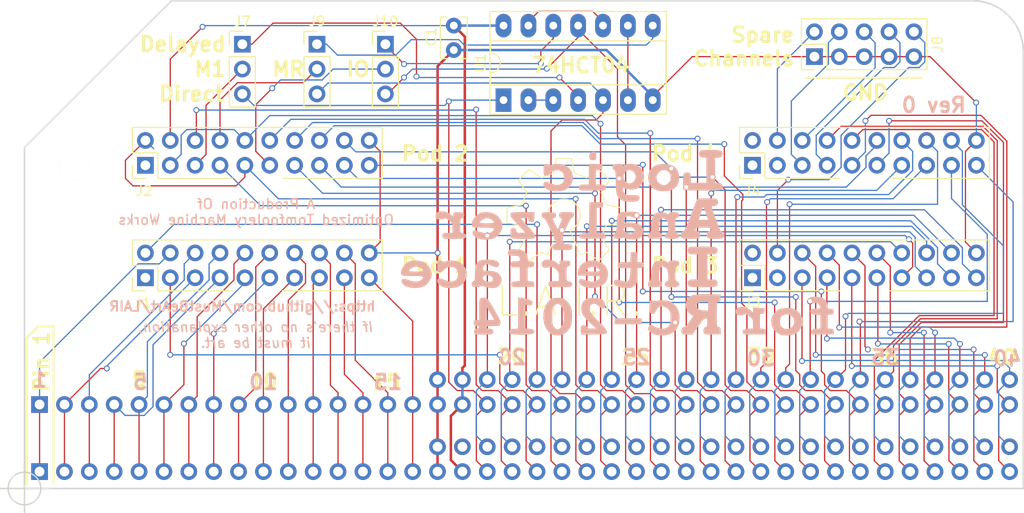
<source format=kicad_pcb>
(kicad_pcb (version 20171130) (host pcbnew "(5.1.2-1)-1")
  (layers (0 F.Cu signal hide) (31 B.Cu signal hide) (34 B.Paste user) (35 F.Paste user) (36 B.SilkS user hide) (37 F.SilkS user) (38 B.Mask user) (39 F.Mask user) (44 Edge.Cuts user))
  (net 0 "")
  (net 1 /D0)
  (net 2 /D1)
  (net 3 /D2)
  (net 4 /D3)
  (net 5 /D4)
  (net 6 /D5)
  (net 7 /D6)
  (net 8 /D7)
  (net 9 /A15)
  (net 10 /A14)
  (net 11 /A13)
  (net 12 /A12)
  (net 13 /A11)
  (net 14 /A10)
  (net 15 /A9)
  (net 16 /A8)
  (net 17 /A7)
  (net 18 /A6)
  (net 19 /A5)
  (net 20 /A4)
  (net 21 /A3)
  (net 22 /A2)
  (net 23 /A1)
  (net 24 /A0)
  (net 25 /VCC)
  (net 26 /GND)
  (net 27 "Net-(J1-Pad1)")
  (net 28 /CLOCK2)
  (net 29 /CLOCK)
  (net 30 /XIORQ)
  (net 31 /RD)
  (net 32 /WR)
  (net 33 /XMREQ)
  (net 34 /INT)
  (net 35 /RESET)
  (net 36 /XM1)
  (net 37 "Net-(J2-Pad1)")
  (net 38 "Net-(J3-Pad1)")
  (net 39 "Net-(J3-Pad2)")
  (net 40 "Net-(J3-Pad3)")
  (net 41 /POD3_D15)
  (net 42 /USER8)
  (net 43 /USER7)
  (net 44 /USER6)
  (net 45 /USER5)
  (net 46 /USER4)
  (net 47 /USER3)
  (net 48 /USER2)
  (net 49 /USER1)
  (net 50 /RFSH)
  (net 51 /PAGE)
  (net 52 /BUSACK)
  (net 53 /HALT)
  (net 54 /BUSRQ)
  (net 55 /WAIT)
  (net 56 /NMI)
  (net 57 /D8)
  (net 58 /D9)
  (net 59 /D10)
  (net 60 /D11)
  (net 61 /D12)
  (net 62 /D13)
  (net 63 /D14)
  (net 64 /D15)
  (net 65 /RX)
  (net 66 /TX)
  (net 67 /RX2)
  (net 68 /TX2)
  (net 69 /POD4_D12)
  (net 70 /POD4_D13)
  (net 71 /POD4_D14)
  (net 72 /POD4_D15)
  (net 73 "Net-(J4-Pad3)")
  (net 74 "Net-(J4-Pad2)")
  (net 75 "Net-(J4-Pad1)")
  (net 76 /IORQ)
  (net 77 /MREQ)
  (net 78 /M1)
  (net 79 "Net-(J5-Pad18b)")
  (net 80 "Net-(J7-Pad1)")
  (net 81 "Net-(J9-Pad1)")
  (net 82 "Net-(J10-Pad1)")
  (net 83 "Net-(U1-Pad2)")
  (net 84 "Net-(U1-Pad6)")
  (net 85 "Net-(U1-Pad10)")
  (module Graphics:LAIR (layer F.Cu) (at 214.63 128.905)
    (fp_text reference "" (at 0 0) (layer F.SilkS) (effects (font (size 1.27 1.27))))
    (fp_text value "" (at 0 0) (layer F.SilkS) (effects (font (size 1.27 1.27))))
  )
  (module RC2014:PinHeader_2x10_P2.54mm_Vertical_ShroudKeyed (layer F.Cu) (at 228.246 120.325 90)
    (fp_text reference J4 (at -2.611 -0.027) (layer F.SilkS))
    (fp_text value Conn_02x10_Odd_Even)
    (pad 1 thru_hole rect (at 0 0 90) (size 1.7 1.7) (drill 1) (layers *.Cu *.Mask) (net 75 "Net-(J4-Pad1)"))
    (pad 2 thru_hole oval (at 2.54 0 90) (size 1.7 1.7) (drill 1) (layers *.Cu *.Mask) (net 74 "Net-(J4-Pad2)"))
    (pad 3 thru_hole oval (at 0 2.54 90) (size 1.7 1.7) (drill 1) (layers *.Cu *.Mask) (net 73 "Net-(J4-Pad3)"))
    (pad 4 thru_hole oval (at 2.54 2.54 90) (size 1.7 1.7) (drill 1) (layers *.Cu *.Mask) (net 72 /POD4_D15))
    (pad 5 thru_hole oval (at 0 5.08 90) (size 1.7 1.7) (drill 1) (layers *.Cu *.Mask) (net 71 /POD4_D14))
    (pad 6 thru_hole oval (at 2.54 5.08 90) (size 1.7 1.7) (drill 1) (layers *.Cu *.Mask) (net 70 /POD4_D13))
    (pad 7 thru_hole oval (at 0 7.62 90) (size 1.7 1.7) (drill 1) (layers *.Cu *.Mask) (net 69 /POD4_D12))
    (pad 8 thru_hole oval (at 2.54 7.62 90) (size 1.7 1.7) (drill 1) (layers *.Cu *.Mask) (net 68 /TX2))
    (pad 9 thru_hole oval (at 0 10.16 90) (size 1.7 1.7) (drill 1) (layers *.Cu *.Mask) (net 67 /RX2))
    (pad 10 thru_hole oval (at 2.54 10.16 90) (size 1.7 1.7) (drill 1) (layers *.Cu *.Mask) (net 66 /TX))
    (pad 11 thru_hole oval (at 0 12.7 90) (size 1.7 1.7) (drill 1) (layers *.Cu *.Mask) (net 65 /RX))
    (pad 12 thru_hole oval (at 2.54 12.7 90) (size 1.7 1.7) (drill 1) (layers *.Cu *.Mask) (net 64 /D15))
    (pad 13 thru_hole oval (at 0 15.24 90) (size 1.7 1.7) (drill 1) (layers *.Cu *.Mask) (net 63 /D14))
    (pad 14 thru_hole oval (at 2.54 15.24 90) (size 1.7 1.7) (drill 1) (layers *.Cu *.Mask) (net 62 /D13))
    (pad 15 thru_hole oval (at 0 17.78 90) (size 1.7 1.7) (drill 1) (layers *.Cu *.Mask) (net 61 /D12))
    (pad 16 thru_hole oval (at 2.54 17.78 90) (size 1.7 1.7) (drill 1) (layers *.Cu *.Mask) (net 60 /D11))
    (pad 17 thru_hole oval (at 0 20.32 90) (size 1.7 1.7) (drill 1) (layers *.Cu *.Mask) (net 59 /D10))
    (pad 18 thru_hole oval (at 2.54 20.32 90) (size 1.7 1.7) (drill 1) (layers *.Cu *.Mask) (net 58 /D9))
    (pad 19 thru_hole oval (at 0 22.86 90) (size 1.7 1.7) (drill 1) (layers *.Cu *.Mask) (net 57 /D8))
    (pad 20 thru_hole oval (at 2.54 22.86 90) (size 1.7 1.7) (drill 1) (layers *.Cu *.Mask) (net 26 /GND))
  )
  (module RC2014:PinHeader_2x10_P2.54mm_Vertical_ShroudKeyed (layer F.Cu) (at 166.246 131.825 90)
    (fp_text reference J1 (at -2.541 -0.257 180) (layer F.SilkS))
    (fp_text value Conn_02x10_Odd_Even)
    (pad 1 thru_hole rect (at 0 0 90) (size 1.7 1.7) (drill 1) (layers *.Cu *.Mask) (net 27 "Net-(J1-Pad1)"))
    (pad 2 thru_hole oval (at 2.54 0 90) (size 1.7 1.7) (drill 1) (layers *.Cu *.Mask) (net 28 /CLOCK2))
    (pad 3 thru_hole oval (at 0 2.54 90) (size 1.7 1.7) (drill 1) (layers *.Cu *.Mask) (net 29 /CLOCK))
    (pad 4 thru_hole oval (at 2.54 2.54 90) (size 1.7 1.7) (drill 1) (layers *.Cu *.Mask) (net 9 /A15))
    (pad 5 thru_hole oval (at 0 5.08 90) (size 1.7 1.7) (drill 1) (layers *.Cu *.Mask) (net 10 /A14))
    (pad 6 thru_hole oval (at 2.54 5.08 90) (size 1.7 1.7) (drill 1) (layers *.Cu *.Mask) (net 11 /A13))
    (pad 7 thru_hole oval (at 0 7.62 90) (size 1.7 1.7) (drill 1) (layers *.Cu *.Mask) (net 12 /A12))
    (pad 8 thru_hole oval (at 2.54 7.62 90) (size 1.7 1.7) (drill 1) (layers *.Cu *.Mask) (net 13 /A11))
    (pad 9 thru_hole oval (at 0 10.16 90) (size 1.7 1.7) (drill 1) (layers *.Cu *.Mask) (net 14 /A10))
    (pad 10 thru_hole oval (at 2.54 10.16 90) (size 1.7 1.7) (drill 1) (layers *.Cu *.Mask) (net 15 /A9))
    (pad 11 thru_hole oval (at 0 12.7 90) (size 1.7 1.7) (drill 1) (layers *.Cu *.Mask) (net 16 /A8))
    (pad 12 thru_hole oval (at 2.54 12.7 90) (size 1.7 1.7) (drill 1) (layers *.Cu *.Mask) (net 17 /A7))
    (pad 13 thru_hole oval (at 0 15.24 90) (size 1.7 1.7) (drill 1) (layers *.Cu *.Mask) (net 18 /A6))
    (pad 14 thru_hole oval (at 2.54 15.24 90) (size 1.7 1.7) (drill 1) (layers *.Cu *.Mask) (net 19 /A5))
    (pad 15 thru_hole oval (at 0 17.78 90) (size 1.7 1.7) (drill 1) (layers *.Cu *.Mask) (net 20 /A4))
    (pad 16 thru_hole oval (at 2.54 17.78 90) (size 1.7 1.7) (drill 1) (layers *.Cu *.Mask) (net 21 /A3))
    (pad 17 thru_hole oval (at 0 20.32 90) (size 1.7 1.7) (drill 1) (layers *.Cu *.Mask) (net 22 /A2))
    (pad 18 thru_hole oval (at 2.54 20.32 90) (size 1.7 1.7) (drill 1) (layers *.Cu *.Mask) (net 23 /A1))
    (pad 19 thru_hole oval (at 0 22.86 90) (size 1.7 1.7) (drill 1) (layers *.Cu *.Mask) (net 24 /A0))
    (pad 20 thru_hole oval (at 2.54 22.86 90) (size 1.7 1.7) (drill 1) (layers *.Cu *.Mask) (net 26 /GND))
  )
  (module RC2014:PinHeader_2x10_P2.54mm_Vertical_ShroudKeyed (layer F.Cu) (at 166.246 120.325 90)
    (fp_text reference J2 (at -2.611 -0.13 180) (layer F.SilkS))
    (fp_text value Conn_02x10_Odd_Even)
    (pad 1 thru_hole rect (at 0 0 90) (size 1.7 1.7) (drill 1) (layers *.Cu *.Mask) (net 37 "Net-(J2-Pad1)"))
    (pad 2 thru_hole oval (at 2.54 0 90) (size 1.7 1.7) (drill 1) (layers *.Cu *.Mask) (net 32 /WR))
    (pad 3 thru_hole oval (at 0 2.54 90) (size 1.7 1.7) (drill 1) (layers *.Cu *.Mask) (net 31 /RD))
    (pad 4 thru_hole oval (at 2.54 2.54 90) (size 1.7 1.7) (drill 1) (layers *.Cu *.Mask) (net 25 /VCC))
    (pad 5 thru_hole oval (at 0 5.08 90) (size 1.7 1.7) (drill 1) (layers *.Cu *.Mask) (net 36 /XM1))
    (pad 6 thru_hole oval (at 2.54 5.08 90) (size 1.7 1.7) (drill 1) (layers *.Cu *.Mask) (net 35 /RESET))
    (pad 7 thru_hole oval (at 0 7.62 90) (size 1.7 1.7) (drill 1) (layers *.Cu *.Mask) (net 34 /INT))
    (pad 8 thru_hole oval (at 2.54 7.62 90) (size 1.7 1.7) (drill 1) (layers *.Cu *.Mask) (net 33 /XMREQ))
    (pad 9 thru_hole oval (at 0 10.16 90) (size 1.7 1.7) (drill 1) (layers *.Cu *.Mask) (net 32 /WR))
    (pad 10 thru_hole oval (at 2.54 10.16 90) (size 1.7 1.7) (drill 1) (layers *.Cu *.Mask) (net 31 /RD))
    (pad 11 thru_hole oval (at 0 12.7 90) (size 1.7 1.7) (drill 1) (layers *.Cu *.Mask) (net 30 /XIORQ))
    (pad 12 thru_hole oval (at 2.54 12.7 90) (size 1.7 1.7) (drill 1) (layers *.Cu *.Mask) (net 8 /D7))
    (pad 13 thru_hole oval (at 0 15.24 90) (size 1.7 1.7) (drill 1) (layers *.Cu *.Mask) (net 7 /D6))
    (pad 14 thru_hole oval (at 2.54 15.24 90) (size 1.7 1.7) (drill 1) (layers *.Cu *.Mask) (net 6 /D5))
    (pad 15 thru_hole oval (at 0 17.78 90) (size 1.7 1.7) (drill 1) (layers *.Cu *.Mask) (net 5 /D4))
    (pad 16 thru_hole oval (at 2.54 17.78 90) (size 1.7 1.7) (drill 1) (layers *.Cu *.Mask) (net 4 /D3))
    (pad 17 thru_hole oval (at 0 20.32 90) (size 1.7 1.7) (drill 1) (layers *.Cu *.Mask) (net 3 /D2))
    (pad 18 thru_hole oval (at 2.54 20.32 90) (size 1.7 1.7) (drill 1) (layers *.Cu *.Mask) (net 2 /D1))
    (pad 19 thru_hole oval (at 0 22.86 90) (size 1.7 1.7) (drill 1) (layers *.Cu *.Mask) (net 1 /D0))
    (pad 20 thru_hole oval (at 2.54 22.86 90) (size 1.7 1.7) (drill 1) (layers *.Cu *.Mask) (net 26 /GND))
  )
  (module RC2014:PinHeader_2x10_P2.54mm_Vertical_ShroudKeyed (layer F.Cu) (at 228.246 131.825 90)
    (fp_text reference J3 (at -2.541 -0.027 180) (layer F.SilkS))
    (fp_text value Conn_02x10_Odd_Even)
    (pad 1 thru_hole rect (at 0 0 90) (size 1.7 1.7) (drill 1) (layers *.Cu *.Mask) (net 38 "Net-(J3-Pad1)"))
    (pad 2 thru_hole oval (at 2.54 0 90) (size 1.7 1.7) (drill 1) (layers *.Cu *.Mask) (net 39 "Net-(J3-Pad2)"))
    (pad 3 thru_hole oval (at 0 2.54 90) (size 1.7 1.7) (drill 1) (layers *.Cu *.Mask) (net 40 "Net-(J3-Pad3)"))
    (pad 4 thru_hole oval (at 2.54 2.54 90) (size 1.7 1.7) (drill 1) (layers *.Cu *.Mask) (net 41 /POD3_D15))
    (pad 5 thru_hole oval (at 0 5.08 90) (size 1.7 1.7) (drill 1) (layers *.Cu *.Mask) (net 42 /USER8))
    (pad 6 thru_hole oval (at 2.54 5.08 90) (size 1.7 1.7) (drill 1) (layers *.Cu *.Mask) (net 43 /USER7))
    (pad 7 thru_hole oval (at 0 7.62 90) (size 1.7 1.7) (drill 1) (layers *.Cu *.Mask) (net 44 /USER6))
    (pad 8 thru_hole oval (at 2.54 7.62 90) (size 1.7 1.7) (drill 1) (layers *.Cu *.Mask) (net 45 /USER5))
    (pad 9 thru_hole oval (at 0 10.16 90) (size 1.7 1.7) (drill 1) (layers *.Cu *.Mask) (net 46 /USER4))
    (pad 10 thru_hole oval (at 2.54 10.16 90) (size 1.7 1.7) (drill 1) (layers *.Cu *.Mask) (net 47 /USER3))
    (pad 11 thru_hole oval (at 0 12.7 90) (size 1.7 1.7) (drill 1) (layers *.Cu *.Mask) (net 48 /USER2))
    (pad 12 thru_hole oval (at 2.54 12.7 90) (size 1.7 1.7) (drill 1) (layers *.Cu *.Mask) (net 49 /USER1))
    (pad 13 thru_hole oval (at 0 15.24 90) (size 1.7 1.7) (drill 1) (layers *.Cu *.Mask) (net 50 /RFSH))
    (pad 14 thru_hole oval (at 2.54 15.24 90) (size 1.7 1.7) (drill 1) (layers *.Cu *.Mask) (net 51 /PAGE))
    (pad 15 thru_hole oval (at 0 17.78 90) (size 1.7 1.7) (drill 1) (layers *.Cu *.Mask) (net 52 /BUSACK))
    (pad 16 thru_hole oval (at 2.54 17.78 90) (size 1.7 1.7) (drill 1) (layers *.Cu *.Mask) (net 53 /HALT))
    (pad 17 thru_hole oval (at 0 20.32 90) (size 1.7 1.7) (drill 1) (layers *.Cu *.Mask) (net 54 /BUSRQ))
    (pad 18 thru_hole oval (at 2.54 20.32 90) (size 1.7 1.7) (drill 1) (layers *.Cu *.Mask) (net 55 /WAIT))
    (pad 19 thru_hole oval (at 0 22.86 90) (size 1.7 1.7) (drill 1) (layers *.Cu *.Mask) (net 56 /NMI))
    (pad 20 thru_hole oval (at 2.54 22.86 90) (size 1.7 1.7) (drill 1) (layers *.Cu *.Mask) (net 26 /GND))
  )
  (module RC2014:PinHeader_RC2014_Pro (layer F.Cu) (at 254.5 149.098 270)
    (fp_text reference J5 (at 5.655 -2.27 270) (layer F.SilkS))
    (fp_text value RC2014_Pro_Bus)
    (pad 1a thru_hole rect (at 2.54 99.06 270) (size 1.7 1.7) (drill 1) (layers *.Cu *.Mask) (net 9 /A15))
    (pad 2a thru_hole oval (at 2.54 96.52 270) (size 1.7 1.7) (drill 1) (layers *.Cu *.Mask) (net 10 /A14))
    (pad 3a thru_hole oval (at 2.54 93.98 270) (size 1.7 1.7) (drill 1) (layers *.Cu *.Mask) (net 11 /A13))
    (pad 4a thru_hole oval (at 2.54 91.44 270) (size 1.7 1.7) (drill 1) (layers *.Cu *.Mask) (net 12 /A12))
    (pad 5a thru_hole oval (at 2.54 88.9 270) (size 1.7 1.7) (drill 1) (layers *.Cu *.Mask) (net 13 /A11))
    (pad 6a thru_hole oval (at 2.54 86.36 270) (size 1.7 1.7) (drill 1) (layers *.Cu *.Mask) (net 14 /A10))
    (pad 7a thru_hole oval (at 2.54 83.82 270) (size 1.7 1.7) (drill 1) (layers *.Cu *.Mask) (net 15 /A9))
    (pad 8a thru_hole oval (at 2.54 81.28 270) (size 1.7 1.7) (drill 1) (layers *.Cu *.Mask) (net 16 /A8))
    (pad 9a thru_hole oval (at 2.54 78.74 270) (size 1.7 1.7) (drill 1) (layers *.Cu *.Mask) (net 17 /A7))
    (pad 10a thru_hole oval (at 2.54 76.2 270) (size 1.7 1.7) (drill 1) (layers *.Cu *.Mask) (net 18 /A6))
    (pad 11a thru_hole oval (at 2.54 73.66 270) (size 1.7 1.7) (drill 1) (layers *.Cu *.Mask) (net 19 /A5))
    (pad 12a thru_hole oval (at 2.54 71.12 270) (size 1.7 1.7) (drill 1) (layers *.Cu *.Mask) (net 20 /A4))
    (pad 13a thru_hole oval (at 2.54 68.58 270) (size 1.7 1.7) (drill 1) (layers *.Cu *.Mask) (net 21 /A3))
    (pad 14a thru_hole oval (at 2.54 66.04 270) (size 1.7 1.7) (drill 1) (layers *.Cu *.Mask) (net 22 /A2))
    (pad 15a thru_hole oval (at 2.54 63.5 270) (size 1.7 1.7) (drill 1) (layers *.Cu *.Mask) (net 23 /A1))
    (pad 16a thru_hole oval (at 2.54 60.96 270) (size 1.7 1.7) (drill 1) (layers *.Cu *.Mask) (net 24 /A0))
    (pad 17a thru_hole oval (at 2.54 58.42 270) (size 1.7 1.7) (drill 1) (layers *.Cu *.Mask) (net 26 /GND))
    (pad 17b thru_hole oval (at 0 58.42 270) (size 1.7 1.7) (drill 1) (layers *.Cu *.Mask) (net 26 /GND))
    (pad 18a thru_hole oval (at 2.54 55.88 270) (size 1.7 1.7) (drill 1) (layers *.Cu *.Mask) (net 25 /VCC))
    (pad 18b thru_hole oval (at 0 55.88 270) (size 1.7 1.7) (drill 1) (layers *.Cu *.Mask) (net 79 "Net-(J5-Pad18b)"))
    (pad 19a thru_hole oval (at 2.54 53.34 270) (size 1.7 1.7) (drill 1) (layers *.Cu *.Mask) (net 78 /M1))
    (pad 19b thru_hole oval (at 0 53.34 270) (size 1.7 1.7) (drill 1) (layers *.Cu *.Mask) (net 50 /RFSH))
    (pad 20a thru_hole oval (at 2.54 50.8 270) (size 1.7 1.7) (drill 1) (layers *.Cu *.Mask) (net 35 /RESET))
    (pad 20b thru_hole oval (at 0 50.8 270) (size 1.7 1.7) (drill 1) (layers *.Cu *.Mask) (net 51 /PAGE))
    (pad 21a thru_hole oval (at 2.54 48.26 270) (size 1.7 1.7) (drill 1) (layers *.Cu *.Mask) (net 29 /CLOCK))
    (pad 21b thru_hole oval (at 0 48.26 270) (size 1.7 1.7) (drill 1) (layers *.Cu *.Mask) (net 28 /CLOCK2))
    (pad 22a thru_hole oval (at 2.54 45.72 270) (size 1.7 1.7) (drill 1) (layers *.Cu *.Mask) (net 34 /INT))
    (pad 22b thru_hole oval (at 0 45.72 270) (size 1.7 1.7) (drill 1) (layers *.Cu *.Mask) (net 52 /BUSACK))
    (pad 23a thru_hole oval (at 2.54 43.18 270) (size 1.7 1.7) (drill 1) (layers *.Cu *.Mask) (net 77 /MREQ))
    (pad 23b thru_hole oval (at 0 43.18 270) (size 1.7 1.7) (drill 1) (layers *.Cu *.Mask) (net 53 /HALT))
    (pad 24a thru_hole oval (at 2.54 40.64 270) (size 1.7 1.7) (drill 1) (layers *.Cu *.Mask) (net 32 /WR))
    (pad 24b thru_hole oval (at 0 40.64 270) (size 1.7 1.7) (drill 1) (layers *.Cu *.Mask) (net 54 /BUSRQ))
    (pad 25a thru_hole oval (at 2.54 38.1 270) (size 1.7 1.7) (drill 1) (layers *.Cu *.Mask) (net 31 /RD))
    (pad 25b thru_hole oval (at 0 38.1 270) (size 1.7 1.7) (drill 1) (layers *.Cu *.Mask) (net 55 /WAIT))
    (pad 26a thru_hole oval (at 2.54 35.56 270) (size 1.7 1.7) (drill 1) (layers *.Cu *.Mask) (net 76 /IORQ))
    (pad 26b thru_hole oval (at 0 35.56 270) (size 1.7 1.7) (drill 1) (layers *.Cu *.Mask) (net 56 /NMI))
    (pad 27a thru_hole oval (at 2.54 33.02 270) (size 1.7 1.7) (drill 1) (layers *.Cu *.Mask) (net 8 /D7))
    (pad 27b thru_hole oval (at 0 33.02 270) (size 1.7 1.7) (drill 1) (layers *.Cu *.Mask) (net 64 /D15))
    (pad 28a thru_hole oval (at 2.54 30.48 270) (size 1.7 1.7) (drill 1) (layers *.Cu *.Mask) (net 7 /D6))
    (pad 28b thru_hole oval (at 0 30.48 270) (size 1.7 1.7) (drill 1) (layers *.Cu *.Mask) (net 63 /D14))
    (pad 29a thru_hole oval (at 2.54 27.94 270) (size 1.7 1.7) (drill 1) (layers *.Cu *.Mask) (net 6 /D5))
    (pad 29b thru_hole oval (at 0 27.94 270) (size 1.7 1.7) (drill 1) (layers *.Cu *.Mask) (net 62 /D13))
    (pad 30a thru_hole oval (at 2.54 25.4 270) (size 1.7 1.7) (drill 1) (layers *.Cu *.Mask) (net 5 /D4))
    (pad 30b thru_hole oval (at 0 25.4 270) (size 1.7 1.7) (drill 1) (layers *.Cu *.Mask) (net 61 /D12))
    (pad 31a thru_hole oval (at 2.54 22.86 270) (size 1.7 1.7) (drill 1) (layers *.Cu *.Mask) (net 4 /D3))
    (pad 31b thru_hole oval (at 0 22.86 270) (size 1.7 1.7) (drill 1) (layers *.Cu *.Mask) (net 60 /D11))
    (pad 32a thru_hole oval (at 2.54 20.32 270) (size 1.7 1.7) (drill 1) (layers *.Cu *.Mask) (net 3 /D2))
    (pad 32b thru_hole oval (at 0 20.32 270) (size 1.7 1.7) (drill 1) (layers *.Cu *.Mask) (net 59 /D10))
    (pad 33a thru_hole oval (at 2.54 17.78 270) (size 1.7 1.7) (drill 1) (layers *.Cu *.Mask) (net 2 /D1))
    (pad 33b thru_hole oval (at 0 17.78 270) (size 1.7 1.7) (drill 1) (layers *.Cu *.Mask) (net 58 /D9))
    (pad 34a thru_hole oval (at 2.54 15.24 270) (size 1.7 1.7) (drill 1) (layers *.Cu *.Mask) (net 1 /D0))
    (pad 34b thru_hole oval (at 0 15.24 270) (size 1.7 1.7) (drill 1) (layers *.Cu *.Mask) (net 57 /D8))
    (pad 35a thru_hole oval (at 2.54 12.7 270) (size 1.7 1.7) (drill 1) (layers *.Cu *.Mask) (net 66 /TX))
    (pad 35b thru_hole oval (at 0 12.7 270) (size 1.7 1.7) (drill 1) (layers *.Cu *.Mask) (net 68 /TX2))
    (pad 36a thru_hole oval (at 2.54 10.16 270) (size 1.7 1.7) (drill 1) (layers *.Cu *.Mask) (net 65 /RX))
    (pad 36b thru_hole oval (at 0 10.16 270) (size 1.7 1.7) (drill 1) (layers *.Cu *.Mask) (net 67 /RX2))
    (pad 37a thru_hole oval (at 2.54 7.62 270) (size 1.7 1.7) (drill 1) (layers *.Cu *.Mask) (net 49 /USER1))
    (pad 37b thru_hole oval (at 0 7.62 270) (size 1.7 1.7) (drill 1) (layers *.Cu *.Mask) (net 45 /USER5))
    (pad 38a thru_hole oval (at 2.54 5.08 270) (size 1.7 1.7) (drill 1) (layers *.Cu *.Mask) (net 48 /USER2))
    (pad 38b thru_hole oval (at 0 5.08 270) (size 1.7 1.7) (drill 1) (layers *.Cu *.Mask) (net 44 /USER6))
    (pad 39a thru_hole oval (at 2.54 2.54 270) (size 1.7 1.7) (drill 1) (layers *.Cu *.Mask) (net 47 /USER3))
    (pad 39b thru_hole oval (at 0 2.54 270) (size 1.7 1.7) (drill 1) (layers *.Cu *.Mask) (net 43 /USER7))
    (pad 40a thru_hole oval (at 2.54 0 270) (size 1.7 1.7) (drill 1) (layers *.Cu *.Mask) (net 46 /USER4))
    (pad 40b thru_hole oval (at 0 0 270) (size 1.7 1.7) (drill 1) (layers *.Cu *.Mask) (net 42 /USER8))
  )
  (module RC2014:PinHeader_RC2014_Pro (layer F.Cu) (at 254.5 142.24 270)
    (fp_text reference J6 (at 5.655 -2.27 270) (layer F.SilkS))
    (fp_text value RC2014_Pro_Bus)
    (pad 1a thru_hole rect (at 2.54 99.06 270) (size 1.7 1.7) (drill 1) (layers *.Cu *.Mask) (net 9 /A15))
    (pad 2a thru_hole oval (at 2.54 96.52 270) (size 1.7 1.7) (drill 1) (layers *.Cu *.Mask) (net 10 /A14))
    (pad 3a thru_hole oval (at 2.54 93.98 270) (size 1.7 1.7) (drill 1) (layers *.Cu *.Mask) (net 11 /A13))
    (pad 4a thru_hole oval (at 2.54 91.44 270) (size 1.7 1.7) (drill 1) (layers *.Cu *.Mask) (net 12 /A12))
    (pad 5a thru_hole oval (at 2.54 88.9 270) (size 1.7 1.7) (drill 1) (layers *.Cu *.Mask) (net 13 /A11))
    (pad 6a thru_hole oval (at 2.54 86.36 270) (size 1.7 1.7) (drill 1) (layers *.Cu *.Mask) (net 14 /A10))
    (pad 7a thru_hole oval (at 2.54 83.82 270) (size 1.7 1.7) (drill 1) (layers *.Cu *.Mask) (net 15 /A9))
    (pad 8a thru_hole oval (at 2.54 81.28 270) (size 1.7 1.7) (drill 1) (layers *.Cu *.Mask) (net 16 /A8))
    (pad 9a thru_hole oval (at 2.54 78.74 270) (size 1.7 1.7) (drill 1) (layers *.Cu *.Mask) (net 17 /A7))
    (pad 10a thru_hole oval (at 2.54 76.2 270) (size 1.7 1.7) (drill 1) (layers *.Cu *.Mask) (net 18 /A6))
    (pad 11a thru_hole oval (at 2.54 73.66 270) (size 1.7 1.7) (drill 1) (layers *.Cu *.Mask) (net 19 /A5))
    (pad 12a thru_hole oval (at 2.54 71.12 270) (size 1.7 1.7) (drill 1) (layers *.Cu *.Mask) (net 20 /A4))
    (pad 13a thru_hole oval (at 2.54 68.58 270) (size 1.7 1.7) (drill 1) (layers *.Cu *.Mask) (net 21 /A3))
    (pad 14a thru_hole oval (at 2.54 66.04 270) (size 1.7 1.7) (drill 1) (layers *.Cu *.Mask) (net 22 /A2))
    (pad 15a thru_hole oval (at 2.54 63.5 270) (size 1.7 1.7) (drill 1) (layers *.Cu *.Mask) (net 23 /A1))
    (pad 16a thru_hole oval (at 2.54 60.96 270) (size 1.7 1.7) (drill 1) (layers *.Cu *.Mask) (net 24 /A0))
    (pad 17a thru_hole oval (at 2.54 58.42 270) (size 1.7 1.7) (drill 1) (layers *.Cu *.Mask) (net 26 /GND))
    (pad 17b thru_hole oval (at 0 58.42 270) (size 1.7 1.7) (drill 1) (layers *.Cu *.Mask) (net 26 /GND))
    (pad 18a thru_hole oval (at 2.54 55.88 270) (size 1.7 1.7) (drill 1) (layers *.Cu *.Mask) (net 25 /VCC))
    (pad 18b thru_hole oval (at 0 55.88 270) (size 1.7 1.7) (drill 1) (layers *.Cu *.Mask) (net 25 /VCC))
    (pad 19a thru_hole oval (at 2.54 53.34 270) (size 1.7 1.7) (drill 1) (layers *.Cu *.Mask) (net 78 /M1))
    (pad 19b thru_hole oval (at 0 53.34 270) (size 1.7 1.7) (drill 1) (layers *.Cu *.Mask) (net 50 /RFSH))
    (pad 20a thru_hole oval (at 2.54 50.8 270) (size 1.7 1.7) (drill 1) (layers *.Cu *.Mask) (net 35 /RESET))
    (pad 20b thru_hole oval (at 0 50.8 270) (size 1.7 1.7) (drill 1) (layers *.Cu *.Mask) (net 51 /PAGE))
    (pad 21a thru_hole oval (at 2.54 48.26 270) (size 1.7 1.7) (drill 1) (layers *.Cu *.Mask) (net 29 /CLOCK))
    (pad 21b thru_hole oval (at 0 48.26 270) (size 1.7 1.7) (drill 1) (layers *.Cu *.Mask) (net 28 /CLOCK2))
    (pad 22a thru_hole oval (at 2.54 45.72 270) (size 1.7 1.7) (drill 1) (layers *.Cu *.Mask) (net 34 /INT))
    (pad 22b thru_hole oval (at 0 45.72 270) (size 1.7 1.7) (drill 1) (layers *.Cu *.Mask) (net 52 /BUSACK))
    (pad 23a thru_hole oval (at 2.54 43.18 270) (size 1.7 1.7) (drill 1) (layers *.Cu *.Mask) (net 77 /MREQ))
    (pad 23b thru_hole oval (at 0 43.18 270) (size 1.7 1.7) (drill 1) (layers *.Cu *.Mask) (net 53 /HALT))
    (pad 24a thru_hole oval (at 2.54 40.64 270) (size 1.7 1.7) (drill 1) (layers *.Cu *.Mask) (net 32 /WR))
    (pad 24b thru_hole oval (at 0 40.64 270) (size 1.7 1.7) (drill 1) (layers *.Cu *.Mask) (net 54 /BUSRQ))
    (pad 25a thru_hole oval (at 2.54 38.1 270) (size 1.7 1.7) (drill 1) (layers *.Cu *.Mask) (net 31 /RD))
    (pad 25b thru_hole oval (at 0 38.1 270) (size 1.7 1.7) (drill 1) (layers *.Cu *.Mask) (net 55 /WAIT))
    (pad 26a thru_hole oval (at 2.54 35.56 270) (size 1.7 1.7) (drill 1) (layers *.Cu *.Mask) (net 76 /IORQ))
    (pad 26b thru_hole oval (at 0 35.56 270) (size 1.7 1.7) (drill 1) (layers *.Cu *.Mask) (net 56 /NMI))
    (pad 27a thru_hole oval (at 2.54 33.02 270) (size 1.7 1.7) (drill 1) (layers *.Cu *.Mask) (net 8 /D7))
    (pad 27b thru_hole oval (at 0 33.02 270) (size 1.7 1.7) (drill 1) (layers *.Cu *.Mask) (net 64 /D15))
    (pad 28a thru_hole oval (at 2.54 30.48 270) (size 1.7 1.7) (drill 1) (layers *.Cu *.Mask) (net 7 /D6))
    (pad 28b thru_hole oval (at 0 30.48 270) (size 1.7 1.7) (drill 1) (layers *.Cu *.Mask) (net 63 /D14))
    (pad 29a thru_hole oval (at 2.54 27.94 270) (size 1.7 1.7) (drill 1) (layers *.Cu *.Mask) (net 6 /D5))
    (pad 29b thru_hole oval (at 0 27.94 270) (size 1.7 1.7) (drill 1) (layers *.Cu *.Mask) (net 62 /D13))
    (pad 30a thru_hole oval (at 2.54 25.4 270) (size 1.7 1.7) (drill 1) (layers *.Cu *.Mask) (net 5 /D4))
    (pad 30b thru_hole oval (at 0 25.4 270) (size 1.7 1.7) (drill 1) (layers *.Cu *.Mask) (net 61 /D12))
    (pad 31a thru_hole oval (at 2.54 22.86 270) (size 1.7 1.7) (drill 1) (layers *.Cu *.Mask) (net 4 /D3))
    (pad 31b thru_hole oval (at 0 22.86 270) (size 1.7 1.7) (drill 1) (layers *.Cu *.Mask) (net 60 /D11))
    (pad 32a thru_hole oval (at 2.54 20.32 270) (size 1.7 1.7) (drill 1) (layers *.Cu *.Mask) (net 3 /D2))
    (pad 32b thru_hole oval (at 0 20.32 270) (size 1.7 1.7) (drill 1) (layers *.Cu *.Mask) (net 59 /D10))
    (pad 33a thru_hole oval (at 2.54 17.78 270) (size 1.7 1.7) (drill 1) (layers *.Cu *.Mask) (net 2 /D1))
    (pad 33b thru_hole oval (at 0 17.78 270) (size 1.7 1.7) (drill 1) (layers *.Cu *.Mask) (net 58 /D9))
    (pad 34a thru_hole oval (at 2.54 15.24 270) (size 1.7 1.7) (drill 1) (layers *.Cu *.Mask) (net 1 /D0))
    (pad 34b thru_hole oval (at 0 15.24 270) (size 1.7 1.7) (drill 1) (layers *.Cu *.Mask) (net 57 /D8))
    (pad 35a thru_hole oval (at 2.54 12.7 270) (size 1.7 1.7) (drill 1) (layers *.Cu *.Mask) (net 66 /TX))
    (pad 35b thru_hole oval (at 0 12.7 270) (size 1.7 1.7) (drill 1) (layers *.Cu *.Mask) (net 68 /TX2))
    (pad 36a thru_hole oval (at 2.54 10.16 270) (size 1.7 1.7) (drill 1) (layers *.Cu *.Mask) (net 65 /RX))
    (pad 36b thru_hole oval (at 0 10.16 270) (size 1.7 1.7) (drill 1) (layers *.Cu *.Mask) (net 67 /RX2))
    (pad 37a thru_hole oval (at 2.54 7.62 270) (size 1.7 1.7) (drill 1) (layers *.Cu *.Mask) (net 49 /USER1))
    (pad 37b thru_hole oval (at 0 7.62 270) (size 1.7 1.7) (drill 1) (layers *.Cu *.Mask) (net 45 /USER5))
    (pad 38a thru_hole oval (at 2.54 5.08 270) (size 1.7 1.7) (drill 1) (layers *.Cu *.Mask) (net 48 /USER2))
    (pad 38b thru_hole oval (at 0 5.08 270) (size 1.7 1.7) (drill 1) (layers *.Cu *.Mask) (net 44 /USER6))
    (pad 39a thru_hole oval (at 2.54 2.54 270) (size 1.7 1.7) (drill 1) (layers *.Cu *.Mask) (net 47 /USER3))
    (pad 39b thru_hole oval (at 0 2.54 270) (size 1.7 1.7) (drill 1) (layers *.Cu *.Mask) (net 43 /USER7))
    (pad 40a thru_hole oval (at 2.54 0 270) (size 1.7 1.7) (drill 1) (layers *.Cu *.Mask) (net 46 /USER4))
    (pad 40b thru_hole oval (at 0 0 270) (size 1.7 1.7) (drill 1) (layers *.Cu *.Mask) (net 42 /USER8))
  )
  (module Mounting_Holes:MountingHole_3.2mm_M3 (layer F.Cu) (at 158.9278 120.2436)
    (fp_text reference "" hide)
    (fp_text value "" hide)
    (pad "" np_thru_hole circle (at 0 0) (size 3.2 3.2) (drill 3.2) (layers *.Cu *.Mask F.SilkS))
  )
  (module Capacitor_THT:C_Rect_L4.0mm_W2.5mm_P2.50mm (layer F.Cu) (at 197.739 106.045 270)
    (fp_text reference C1 (at 1.143 2.286 270) (layer F.SilkS))
    (fp_text value 100nF)
    (pad 1 thru_hole circle (at 0 0 270) (size 1.6 1.6) (drill 0.8) (layers *.Cu *.Mask) (net 25 /VCC))
    (pad 2 thru_hole circle (at 2.5 0 270) (size 1.6 1.6) (drill 0.8) (layers *.Cu *.Mask) (net 26 /GND))
  )
  (module Connector_PinHeader_2.54mm:PinHeader_1x03_P2.54mm_Vertical (layer F.Cu) (at 176.149 107.95)
    (fp_text reference J7 (at 0 -2.33) (layer F.SilkS))
    (fp_text value Conn_01x03)
    (pad 1 thru_hole rect (at 0 0) (size 1.7 1.7) (drill 1) (layers *.Cu *.Mask) (net 80 "Net-(J7-Pad1)"))
    (pad 2 thru_hole oval (at 0 2.54) (size 1.7 1.7) (drill 1) (layers *.Cu *.Mask) (net 36 /XM1))
    (pad 3 thru_hole oval (at 0 5.08) (size 1.7 1.7) (drill 1) (layers *.Cu *.Mask) (net 78 /M1))
  )
  (module Connector_PinHeader_2.54mm:PinHeader_2x05_P2.54mm_Vertical (layer F.Cu) (at 234.569 109.22 90)
    (fp_text reference J8 (at 1.27 12.573 90) (layer F.SilkS))
    (fp_text value Conn_02x05_Odd_Even hide)
    (pad 1 thru_hole rect (at 0 0 90) (size 1.7 1.7) (drill 1) (layers *.Cu *.Mask) (net 26 /GND))
    (pad 2 thru_hole oval (at 2.54 0 90) (size 1.7 1.7) (drill 1) (layers *.Cu *.Mask) (net 72 /POD4_D15))
    (pad 3 thru_hole oval (at 0 2.54 90) (size 1.7 1.7) (drill 1) (layers *.Cu *.Mask) (net 26 /GND))
    (pad 4 thru_hole oval (at 2.54 2.54 90) (size 1.7 1.7) (drill 1) (layers *.Cu *.Mask) (net 71 /POD4_D14))
    (pad 5 thru_hole oval (at 0 5.08 90) (size 1.7 1.7) (drill 1) (layers *.Cu *.Mask) (net 26 /GND))
    (pad 6 thru_hole oval (at 2.54 5.08 90) (size 1.7 1.7) (drill 1) (layers *.Cu *.Mask) (net 70 /POD4_D13))
    (pad 7 thru_hole oval (at 0 7.62 90) (size 1.7 1.7) (drill 1) (layers *.Cu *.Mask) (net 26 /GND))
    (pad 8 thru_hole oval (at 2.54 7.62 90) (size 1.7 1.7) (drill 1) (layers *.Cu *.Mask) (net 69 /POD4_D12))
    (pad 9 thru_hole oval (at 0 10.16 90) (size 1.7 1.7) (drill 1) (layers *.Cu *.Mask) (net 26 /GND))
    (pad 10 thru_hole oval (at 2.54 10.16 90) (size 1.7 1.7) (drill 1) (layers *.Cu *.Mask) (net 41 /POD3_D15))
  )
  (module Connector_PinHeader_2.54mm:PinHeader_1x03_P2.54mm_Vertical (layer F.Cu) (at 183.769 107.95)
    (fp_text reference J9 (at 0 -2.33) (layer F.SilkS))
    (fp_text value Conn_01x03)
    (pad 3 thru_hole oval (at 0 5.08) (size 1.7 1.7) (drill 1) (layers *.Cu *.Mask) (net 77 /MREQ))
    (pad 2 thru_hole oval (at 0 2.54) (size 1.7 1.7) (drill 1) (layers *.Cu *.Mask) (net 33 /XMREQ))
    (pad 1 thru_hole rect (at 0 0) (size 1.7 1.7) (drill 1) (layers *.Cu *.Mask) (net 81 "Net-(J9-Pad1)"))
  )
  (module Connector_PinHeader_2.54mm:PinHeader_1x03_P2.54mm_Vertical (layer F.Cu) (at 190.754 107.95)
    (fp_text reference J10 (at 0 -2.33) (layer F.SilkS))
    (fp_text value Conn_01x03)
    (pad 1 thru_hole rect (at 0 0) (size 1.7 1.7) (drill 1) (layers *.Cu *.Mask) (net 82 "Net-(J10-Pad1)"))
    (pad 2 thru_hole oval (at 0 2.54) (size 1.7 1.7) (drill 1) (layers *.Cu *.Mask) (net 30 /XIORQ))
    (pad 3 thru_hole oval (at 0 5.08) (size 1.7 1.7) (drill 1) (layers *.Cu *.Mask) (net 76 /IORQ))
  )
  (module Package_DIP:DIP-14_W7.62mm_Socket_LongPads (layer F.Cu) (at 202.819 113.665 90)
    (fp_text reference U1 (at 3.81 -2.33 90) (layer F.SilkS))
    (fp_text value 74HCT04)
    (pad 1 thru_hole rect (at 0 0 90) (size 2.4 1.6) (drill 0.8) (layers *.Cu *.Mask) (net 78 /M1))
    (pad 8 thru_hole oval (at 7.62 15.24 90) (size 2.4 1.6) (drill 0.8) (layers *.Cu *.Mask) (net 81 "Net-(J9-Pad1)"))
    (pad 2 thru_hole oval (at 0 2.54 90) (size 2.4 1.6) (drill 0.8) (layers *.Cu *.Mask) (net 83 "Net-(U1-Pad2)"))
    (pad 9 thru_hole oval (at 7.62 12.7 90) (size 2.4 1.6) (drill 0.8) (layers *.Cu *.Mask) (net 84 "Net-(U1-Pad6)"))
    (pad 3 thru_hole oval (at 0 5.08 90) (size 2.4 1.6) (drill 0.8) (layers *.Cu *.Mask) (net 83 "Net-(U1-Pad2)"))
    (pad 10 thru_hole oval (at 7.62 10.16 90) (size 2.4 1.6) (drill 0.8) (layers *.Cu *.Mask) (net 85 "Net-(U1-Pad10)"))
    (pad 4 thru_hole oval (at 0 7.62 90) (size 2.4 1.6) (drill 0.8) (layers *.Cu *.Mask) (net 80 "Net-(J7-Pad1)"))
    (pad 11 thru_hole oval (at 7.62 7.62 90) (size 2.4 1.6) (drill 0.8) (layers *.Cu *.Mask) (net 76 /IORQ))
    (pad 5 thru_hole oval (at 0 10.16 90) (size 2.4 1.6) (drill 0.8) (layers *.Cu *.Mask) (net 77 /MREQ))
    (pad 12 thru_hole oval (at 7.62 5.08 90) (size 2.4 1.6) (drill 0.8) (layers *.Cu *.Mask) (net 82 "Net-(J10-Pad1)"))
    (pad 6 thru_hole oval (at 0 12.7 90) (size 2.4 1.6) (drill 0.8) (layers *.Cu *.Mask) (net 84 "Net-(U1-Pad6)"))
    (pad 13 thru_hole oval (at 7.62 2.54 90) (size 2.4 1.6) (drill 0.8) (layers *.Cu *.Mask) (net 85 "Net-(U1-Pad10)"))
    (pad 7 thru_hole oval (at 0 15.24 90) (size 2.4 1.6) (drill 0.8) (layers *.Cu *.Mask) (net 26 /GND))
    (pad 14 thru_hole oval (at 7.62 0 90) (size 2.4 1.6) (drill 0.8) (layers *.Cu *.Mask) (net 25 /VCC))
  )
  (gr_text L.A.I.R. (at 209.55 134.239) (layer F.SilkS) (effects (font (size 3 3))))
  (gr_text "A Production Of\nOptimized Tomfoolery Machine Works" (at 177.546 125.095) (layer B.SilkS) (effects (font (size 1 1) (thickness 0.153)) (justify mirror)))
  (gr_text "If there’s no other explanation,\nit must be art." (at 177.546 137.668) (layer B.SilkS) (effects (font (size 1 1) (thickness 0.153) italic) (justify mirror)))
  (gr_text https://github.com/MustBeArt/LAIR (at 176.149 134.747) (layer B.SilkS) (effects (font (size 1 1) (thickness 0.2)) (justify mirror)))
  (gr_text 40 (at 254.254 140.081) (layer B.SilkS) (effects (font (size 1.5 1.5) (thickness 0.3)) (justify mirror)))
  (gr_text 35 (at 241.808 139.954) (layer B.SilkS) (effects (font (size 1.5 1.5) (thickness 0.3)) (justify mirror)))
  (gr_text 30 (at 229.108 140.081) (layer B.SilkS) (effects (font (size 1.5 1.5) (thickness 0.3)) (justify mirror)))
  (gr_text 25 (at 216.408 139.954) (layer B.SilkS) (effects (font (size 1.5 1.5) (thickness 0.3)) (justify mirror)))
  (gr_text 20 (at 203.708 139.954) (layer B.SilkS) (effects (font (size 1.5 1.5) (thickness 0.3)) (justify mirror)))
  (gr_text 15 (at 191.008 142.494) (layer B.SilkS) (effects (font (size 1.5 1.5) (thickness 0.3)) (justify mirror)))
  (gr_text 10 (at 178.308 142.494) (layer B.SilkS) (effects (font (size 1.5 1.5) (thickness 0.3)) (justify mirror)))
  (gr_text 5 (at 165.735 142.494) (layer B.SilkS) (effects (font (size 1.5 1.5) (thickness 0.3)) (justify mirror)))
  (gr_text 1 (at 155.448 142.24) (layer B.SilkS) (effects (font (size 1.5 1.5) (thickness 0.3)) (justify mirror)))
  (gr_text "Rev 0" (at 246.761 114.173) (layer B.SilkS) (effects (font (size 1.5 1.5) (thickness 0.3)) (justify mirror)))
  (gr_arc (start 208.989685 125.419756) (end 209.675899 126.91066) (angle -310.5699359) (layer F.SilkS) (width 0.1))
  (gr_line (start 204.634366 126.472329) (end 203.24095 126.203503) (layer F.SilkS) (width 0.1))
  (gr_arc (start 204.620159 126.545971) (end 204.68945 126.51727) (angle -56.58031138) (layer F.SilkS) (width 0.1))
  (gr_line (start 205.1729 127.684423) (end 204.68945 126.51727) (layer F.SilkS) (width 0.1))
  (gr_arc (start 205.103609 127.713124) (end 205.165728 127.755151) (angle -56.58031138) (layer F.SilkS) (width 0.1))
  (gr_line (start 204.370523 128.930533) (end 205.165728 127.755151) (layer F.SilkS) (width 0.1))
  (gr_arc (start 204.432642 128.97256) (end 204.370523 128.930533) (angle -79.08031138) (layer F.SilkS) (width 0.1))
  (gr_line (start 205.383849 130.029832) (end 204.379609 129.025593) (layer F.SilkS) (width 0.1))
  (gr_arc (start 205.436882 129.976799) (end 205.383849 130.029832) (angle -79.08031138) (layer F.SilkS) (width 0.1))
  (gr_line (start 206.654291 129.243713) (end 205.478908 130.038918) (layer F.SilkS) (width 0.1))
  (gr_arc (start 206.696317 129.305832) (end 206.725019 129.236541) (angle -56.58031138) (layer F.SilkS) (width 0.1))
  (gr_line (start 207.259467 129.457917) (end 206.725019 129.236541) (layer F.SilkS) (width 0.1))
  (gr_arc (start 207.288168 129.388626) (end 207.259467 129.457917) (angle -90.2895947) (layer F.SilkS) (width 0.1))
  (gr_line (start 208.341549 127.007141) (end 207.357603 129.416977) (layer F.SilkS) (width 0.1))
  (gr_arc (start 208.272114 126.97879) (end 208.341549 127.007141) (angle -87.49537326) (layer F.SilkS) (width 0.1))
  (gr_arc (start 204.620159 124.293542) (end 204.634366 124.367184) (angle -56.58031138) (layer F.SilkS) (width 0.1))
  (gr_line (start 203.24095 124.63601) (end 204.634366 124.367184) (layer F.SilkS) (width 0.1))
  (gr_arc (start 203.255158 124.709652) (end 203.24095 124.63601) (angle -79.08031138) (layer F.SilkS) (width 0.1))
  (gr_line (start 203.180158 126.129861) (end 203.180158 124.709652) (layer F.SilkS) (width 0.1))
  (gr_arc (start 203.255158 126.129861) (end 203.180158 126.129861) (angle -79.08031138) (layer F.SilkS) (width 0.1))
  (gr_arc (start 209.707257 126.97879) (end 209.675899 126.91066) (angle -87.49537326) (layer F.SilkS) (width 0.1))
  (gr_line (start 210.621768 129.416977) (end 209.637821 127.007141) (layer F.SilkS) (width 0.1))
  (gr_arc (start 210.691203 129.388626) (end 210.621768 129.416977) (angle -90.2895947) (layer F.SilkS) (width 0.1))
  (gr_line (start 211.254352 129.236541) (end 210.719904 129.457917) (layer F.SilkS) (width 0.1))
  (gr_arc (start 211.283053 129.305832) (end 211.32508 129.243713) (angle -56.58031138) (layer F.SilkS) (width 0.1))
  (gr_line (start 212.500462 130.038918) (end 211.32508 129.243713) (layer F.SilkS) (width 0.1))
  (gr_arc (start 212.542489 129.976799) (end 212.500462 130.038918) (angle -79.08031138) (layer F.SilkS) (width 0.1))
  (gr_line (start 213.599761 129.025593) (end 212.595522 130.029832) (layer F.SilkS) (width 0.1))
  (gr_arc (start 213.546728 128.97256) (end 213.599761 129.025593) (angle -79.08031138) (layer F.SilkS) (width 0.1))
  (gr_line (start 212.813642 127.755151) (end 213.608847 128.930533) (layer F.SilkS) (width 0.1))
  (gr_arc (start 212.875761 127.713124) (end 212.80647 127.684423) (angle -56.58031138) (layer F.SilkS) (width 0.1))
  (gr_line (start 213.289921 126.51727) (end 212.80647 127.684423) (layer F.SilkS) (width 0.1))
  (gr_arc (start 213.359212 126.545971) (end 213.345005 126.472329) (angle -56.58031138) (layer F.SilkS) (width 0.1))
  (gr_line (start 214.73842 126.203503) (end 213.345005 126.472329) (layer F.SilkS) (width 0.1))
  (gr_arc (start 214.724213 126.129861) (end 214.73842 126.203503) (angle -79.08031138) (layer F.SilkS) (width 0.1))
  (gr_line (start 214.799213 124.709652) (end 214.799213 126.129861) (layer F.SilkS) (width 0.1))
  (gr_arc (start 214.724213 124.709652) (end 214.799213 124.709652) (angle -79.08031138) (layer F.SilkS) (width 0.1))
  (gr_line (start 213.345005 124.367184) (end 214.73842 124.63601) (layer F.SilkS) (width 0.1))
  (gr_arc (start 213.359212 124.293542) (end 213.289921 124.322243) (angle -56.58031138) (layer F.SilkS) (width 0.1))
  (gr_line (start 212.80647 123.155089) (end 213.289921 124.322243) (layer F.SilkS) (width 0.1))
  (gr_arc (start 212.875761 123.126388) (end 212.813642 123.084362) (angle -56.58031138) (layer F.SilkS) (width 0.1))
  (gr_line (start 213.608847 121.908979) (end 212.813642 123.084362) (layer F.SilkS) (width 0.1))
  (gr_arc (start 213.546728 121.866952) (end 213.608847 121.908979) (angle -79.08031138) (layer F.SilkS) (width 0.1))
  (gr_line (start 212.595522 120.80968) (end 213.599761 121.813919) (layer F.SilkS) (width 0.1))
  (gr_arc (start 212.542489 120.862713) (end 212.595522 120.80968) (angle -79.08031138) (layer F.SilkS) (width 0.1))
  (gr_line (start 211.32508 121.595799) (end 212.500462 120.800594) (layer F.SilkS) (width 0.1))
  (gr_arc (start 211.283053 121.53368) (end 211.254352 121.602971) (angle -56.58031138) (layer F.SilkS) (width 0.1))
  (gr_line (start 210.087199 121.11952) (end 211.254352 121.602971) (layer F.SilkS) (width 0.1))
  (gr_arc (start 210.1159 121.050229) (end 210.042258 121.064437) (angle -56.58031138) (layer F.SilkS) (width 0.1))
  (gr_line (start 209.773432 119.671021) (end 210.042258 121.064437) (layer F.SilkS) (width 0.1))
  (gr_arc (start 209.69979 119.685229) (end 209.773432 119.671021) (angle -79.08031138) (layer F.SilkS) (width 0.1))
  (gr_line (start 208.279581 119.610229) (end 209.69979 119.610229) (layer F.SilkS) (width 0.1))
  (gr_arc (start 208.279581 119.685229) (end 208.279581 119.610229) (angle -79.08031138) (layer F.SilkS) (width 0.1))
  (gr_line (start 207.937113 121.064437) (end 208.205939 119.671021) (layer F.SilkS) (width 0.1))
  (gr_arc (start 207.863471 121.050229) (end 207.892172 121.11952) (angle -56.58031138) (layer F.SilkS) (width 0.1))
  (gr_line (start 206.725019 121.602971) (end 207.892172 121.11952) (layer F.SilkS) (width 0.1))
  (gr_arc (start 206.696317 121.53368) (end 206.654291 121.595799) (angle -56.58031138) (layer F.SilkS) (width 0.1))
  (gr_line (start 205.478908 120.800594) (end 206.654291 121.595799) (layer F.SilkS) (width 0.1))
  (gr_arc (start 205.436882 120.862713) (end 205.478908 120.800594) (angle -79.08031138) (layer F.SilkS) (width 0.1))
  (gr_line (start 204.379609 121.813919) (end 205.383849 120.80968) (layer F.SilkS) (width 0.1))
  (gr_arc (start 204.432642 121.866952) (end 204.379609 121.813919) (angle -79.08031138) (layer F.SilkS) (width 0.1))
  (gr_line (start 205.165728 123.084362) (end 204.370523 121.908979) (layer F.SilkS) (width 0.1))
  (gr_arc (start 205.103609 123.126388) (end 205.1729 123.155089) (angle -56.58031138) (layer F.SilkS) (width 0.1))
  (gr_line (start 204.68945 124.322243) (end 205.1729 123.155089) (layer F.SilkS) (width 0.1))
  (gr_text "Spare\nChannels" (at 232.664 108.204) (layer F.SilkS) (effects (font (size 1.5 1.5) (thickness 0.3)) (justify right)))
  (gr_text GND (at 239.776 112.903) (layer F.SilkS) (effects (font (size 1.5 1.5) (thickness 0.3))))
  (gr_line (start 233.68 111.379) (end 245.491 111.379) (layer F.SilkS) (width 0.2))
  (gr_text 40 (at 253.746 139.954) (layer F.SilkS) (effects (font (size 1.5 1.5) (thickness 0.3))))
  (gr_text 35 (at 241.681 139.954) (layer F.SilkS) (effects (font (size 1.5 1.5) (thickness 0.3))))
  (gr_text 30 (at 229.108 139.827) (layer F.SilkS) (effects (font (size 1.5 1.5) (thickness 0.3))))
  (gr_text 25 (at 216.281 139.954) (layer F.SilkS) (effects (font (size 1.5 1.5) (thickness 0.3))))
  (gr_text 20 (at 203.581 139.827) (layer F.SilkS) (effects (font (size 1.5 1.5) (thickness 0.3))))
  (gr_text 15 (at 190.881 142.494) (layer F.SilkS) (effects (font (size 1.5 1.5) (thickness 0.3))))
  (gr_text 10 (at 178.308 142.367) (layer F.SilkS) (effects (font (size 1.5 1.5) (thickness 0.3))))
  (gr_text 5 (at 165.608 142.24) (layer F.SilkS) (effects (font (size 1.5 1.5) (thickness 0.3))))
  (gr_text 74HCT04 (at 210.693 110.109) (layer F.SilkS) (effects (font (size 1.5 1.5) (thickness 0.3))))
  (gr_text IO (at 187.96 110.49) (layer F.SilkS) (effects (font (size 1.5 1.5) (thickness 0.3))))
  (gr_text MR (at 180.848 110.49) (layer F.SilkS) (effects (font (size 1.5 1.5) (thickness 0.3))))
  (gr_text M1 (at 172.847 110.49) (layer F.SilkS) (effects (font (size 1.5 1.5) (thickness 0.3))))
  (gr_text Direct (at 170.942 113.03) (layer F.SilkS) (effects (font (size 1.5 1.5) (thickness 0.3))))
  (gr_text Delayed (at 170.053 107.95) (layer F.SilkS) (effects (font (size 1.5 1.5) (thickness 0.3))))
  (gr_text "Pod 4" (at 221.361 119.126) (layer F.SilkS) (effects (font (size 1.5 1.5) (thickness 0.3))))
  (gr_text "Pod 3" (at 221.361 130.556) (layer F.SilkS) (effects (font (size 1.5 1.5) (thickness 0.3))))
  (gr_text "Pod 2" (at 195.834 119.126) (layer F.SilkS) (effects (font (size 1.5 1.5) (thickness 0.3))))
  (gr_text "Pod 1" (at 195.834 130.556) (layer F.SilkS) (effects (font (size 1.5 1.5) (thickness 0.3))))
  (gr_line (start 255.8986 108.685) (end 255.8986 153.3652) (angle 90) (layer Edge.Cuts) (width 0.15))
  (gr_line (start 156.8658 136.79978) (end 156.8658 152.8) (angle 90) (layer F.SilkS) (width 0.2))
  (gr_line (start 155.29608 136.79978) (end 156.8658 136.79978) (angle 90) (layer F.SilkS) (width 0.2))
  (gr_line (start 154.11498 137.98088) (end 155.29608 136.79978) (angle 90) (layer F.SilkS) (width 0.2))
  (gr_line (start 154.11498 152.93) (end 154.11498 137.98088) (angle 90) (layer F.SilkS) (width 0.2))
  (gr_text "Pin 1" (at 155.65168 140.38118 90) (layer F.SilkS) (effects (font (size 1.5 1.5) (thickness 0.3))))
  (target plus (at 153.8986 153.3652) (size 5) (width 0.15) (layer Edge.Cuts))
  (gr_line (start 250.717 103.505) (end 168.91 103.505) (angle 90) (layer Edge.Cuts) (width 0.15))
  (gr_arc (start 250.717 108.685) (end 250.717 103.505) (angle 90) (layer Edge.Cuts) (width 0.15))
  (gr_line (start 153.8986 118.5164) (end 153.8986 153.3652) (angle 90) (layer Edge.Cuts) (width 0.15))
  (gr_line (start 168.91 103.505) (end 153.8986 118.5164) (angle 90) (layer Edge.Cuts) (width 0.15))
  (gr_line (start 153.8986 153.3652) (end 255.8986 153.3652) (angle 90) (layer Edge.Cuts) (width 0.15))
  (segment (start 238.410001 145.629999) (end 239.26 144.78) (width 0.127) (layer F.Cu) (net 1))
  (segment (start 238.146499 145.893501) (end 238.410001 145.629999) (width 0.127) (layer F.Cu) (net 1))
  (segment (start 238.146499 150.524499) (end 238.146499 145.893501) (width 0.127) (layer F.Cu) (net 1))
  (segment (start 239.26 151.638) (end 238.146499 150.524499) (width 0.127) (layer F.Cu) (net 1))
  (segment (start 239.26 144.78) (end 237.833501 143.353501) (width 0.127) (layer F.Cu) (net 1))
  (segment (start 237.833501 143.353501) (end 236.185519 143.353501) (width 0.127) (layer F.Cu) (net 1))
  (segment (start 236.185519 143.353501) (end 235.606499 142.774481) (width 0.127) (layer F.Cu) (net 1))
  (segment (start 235.606499 142.774481) (end 235.606499 141.705519) (width 0.127) (layer F.Cu) (net 1))
  (segment (start 235.606499 141.705519) (end 235.2755 141.37452) (width 0.127) (layer F.Cu) (net 1))
  (segment (start 235.2755 141.37452) (end 235.2755 133.223) (width 0.127) (layer F.Cu) (net 1))
  (via (at 235.2755 133.223) (size 0.6) (drill 0.4) (layers F.Cu B.Cu) (net 1))
  (via (at 217.043 120.269) (size 0.6) (drill 0.4) (layers F.Cu B.Cu) (net 1))
  (segment (start 189.106 120.325) (end 216.987 120.325) (width 0.127) (layer B.Cu) (net 1))
  (segment (start 216.987 120.325) (end 217.043 120.269) (width 0.127) (layer B.Cu) (net 1))
  (via (at 217.043 133.223) (size 0.6) (drill 0.4) (layers F.Cu B.Cu) (net 1))
  (segment (start 217.043 120.269) (end 217.043 133.223) (width 0.127) (layer F.Cu) (net 1))
  (segment (start 235.2755 133.223) (end 217.043 133.223) (width 0.127) (layer B.Cu) (net 1))
  (segment (start 235.870001 145.629999) (end 236.72 144.78) (width 0.127) (layer F.Cu) (net 2))
  (segment (start 235.606499 145.893501) (end 235.870001 145.629999) (width 0.127) (layer F.Cu) (net 2))
  (segment (start 235.606499 150.524499) (end 235.606499 145.893501) (width 0.127) (layer F.Cu) (net 2))
  (segment (start 236.72 151.638) (end 235.606499 150.524499) (width 0.127) (layer F.Cu) (net 2))
  (via (at 232.664 133.7865) (size 0.6) (drill 0.4) (layers F.Cu B.Cu) (net 2))
  (segment (start 235.293501 143.353501) (end 233.645519 143.353501) (width 0.127) (layer F.Cu) (net 2))
  (segment (start 236.72 144.78) (end 235.293501 143.353501) (width 0.127) (layer F.Cu) (net 2))
  (segment (start 232.664 141.30302) (end 232.664 133.7865) (width 0.127) (layer F.Cu) (net 2))
  (segment (start 233.066499 142.774481) (end 233.066499 141.705519) (width 0.127) (layer F.Cu) (net 2))
  (segment (start 233.645519 143.353501) (end 233.066499 142.774481) (width 0.127) (layer F.Cu) (net 2))
  (segment (start 233.066499 141.705519) (end 232.664 141.30302) (width 0.127) (layer F.Cu) (net 2))
  (via (at 219.964 133.7865) (size 0.6) (drill 0.4) (layers F.Cu B.Cu) (net 2))
  (segment (start 219.964 133.7865) (end 232.664 133.7865) (width 0.127) (layer B.Cu) (net 2))
  (via (at 219.95 120.65) (size 0.6) (drill 0.4) (layers F.Cu B.Cu) (net 2))
  (segment (start 219.964 120.664) (end 219.95 120.65) (width 0.127) (layer F.Cu) (net 2))
  (segment (start 219.964 133.7865) (end 219.964 120.664) (width 0.127) (layer F.Cu) (net 2))
  (segment (start 219.650001 120.350001) (end 219.95 120.65) (width 0.127) (layer B.Cu) (net 2))
  (segment (start 187.731 118.95) (end 218.25 118.95) (width 0.127) (layer B.Cu) (net 2))
  (segment (start 218.25 118.95) (end 219.650001 120.350001) (width 0.127) (layer B.Cu) (net 2))
  (segment (start 186.566 117.785) (end 187.731 118.95) (width 0.127) (layer B.Cu) (net 2))
  (segment (start 233.066499 145.893501) (end 233.330001 145.629999) (width 0.127) (layer F.Cu) (net 3))
  (segment (start 233.330001 145.629999) (end 234.18 144.78) (width 0.127) (layer F.Cu) (net 3))
  (segment (start 233.066499 150.524499) (end 233.066499 145.893501) (width 0.127) (layer F.Cu) (net 3))
  (segment (start 234.18 151.638) (end 233.066499 150.524499) (width 0.127) (layer F.Cu) (net 3))
  (segment (start 230.505 142.752982) (end 230.505 134.35) (width 0.127) (layer F.Cu) (net 3))
  (segment (start 231.105519 143.353501) (end 230.505 142.752982) (width 0.127) (layer F.Cu) (net 3))
  (segment (start 234.18 144.78) (end 232.753501 143.353501) (width 0.127) (layer F.Cu) (net 3))
  (via (at 230.505 134.35) (size 0.6) (drill 0.4) (layers F.Cu B.Cu) (net 3))
  (segment (start 232.753501 143.353501) (end 231.105519 143.353501) (width 0.127) (layer F.Cu) (net 3))
  (segment (start 230.505 134.35) (end 214.63 134.35) (width 0.127) (layer B.Cu) (net 3))
  (via (at 214.63 134.35) (size 0.6) (drill 0.4) (layers F.Cu B.Cu) (net 3))
  (via (at 214.63 121.666) (size 0.6) (drill 0.4) (layers F.Cu B.Cu) (net 3))
  (segment (start 186.566 120.325) (end 187.907 121.666) (width 0.127) (layer B.Cu) (net 3))
  (segment (start 187.907 121.666) (end 214.63 121.666) (width 0.127) (layer B.Cu) (net 3))
  (segment (start 214.63 121.666) (end 214.63 134.35) (width 0.127) (layer F.Cu) (net 3))
  (segment (start 230.790001 145.629999) (end 231.64 144.78) (width 0.127) (layer F.Cu) (net 4))
  (segment (start 230.526499 145.893501) (end 230.790001 145.629999) (width 0.127) (layer F.Cu) (net 4))
  (segment (start 230.526499 150.524499) (end 230.526499 145.893501) (width 0.127) (layer F.Cu) (net 4))
  (segment (start 231.64 151.638) (end 230.526499 150.524499) (width 0.127) (layer F.Cu) (net 4))
  (segment (start 184.026 117.785) (end 185.53299 116.27801) (width 0.127) (layer B.Cu) (net 4))
  (segment (start 185.53299 116.27801) (end 210.81155 116.27801) (width 0.127) (layer B.Cu) (net 4))
  (segment (start 212.699041 118.165501) (end 225.369499 118.165501) (width 0.127) (layer B.Cu) (net 4))
  (segment (start 210.81155 116.27801) (end 212.699041 118.165501) (width 0.127) (layer B.Cu) (net 4))
  (segment (start 227.258501 123.841481) (end 227.258501 123.300519) (width 0.127) (layer F.Cu) (net 4))
  (segment (start 227.132499 123.967483) (end 227.258501 123.841481) (width 0.127) (layer F.Cu) (net 4))
  (segment (start 227.132499 134.422499) (end 227.132499 123.967483) (width 0.127) (layer F.Cu) (net 4))
  (segment (start 230.213501 143.353501) (end 228.565519 143.353501) (width 0.127) (layer F.Cu) (net 4))
  (segment (start 227.673501 134.963501) (end 227.132499 134.422499) (width 0.127) (layer F.Cu) (net 4))
  (segment (start 231.64 144.78) (end 230.213501 143.353501) (width 0.127) (layer F.Cu) (net 4))
  (segment (start 228.565519 143.353501) (end 227.673501 142.461483) (width 0.127) (layer F.Cu) (net 4))
  (segment (start 227.673501 142.461483) (end 227.673501 134.963501) (width 0.127) (layer F.Cu) (net 4))
  (via (at 225.369499 118.165501) (size 0.6) (drill 0.4) (layers F.Cu B.Cu) (net 4))
  (segment (start 227.258501 123.300519) (end 225.369499 121.411517) (width 0.127) (layer F.Cu) (net 4))
  (segment (start 225.369499 121.411517) (end 225.369499 118.165501) (width 0.127) (layer F.Cu) (net 4))
  (segment (start 228.250001 145.629999) (end 229.1 144.78) (width 0.127) (layer F.Cu) (net 5))
  (segment (start 227.986499 145.893501) (end 228.250001 145.629999) (width 0.127) (layer F.Cu) (net 5))
  (segment (start 227.986499 150.524499) (end 227.986499 145.893501) (width 0.127) (layer F.Cu) (net 5))
  (segment (start 229.1 151.638) (end 227.986499 150.524499) (width 0.127) (layer F.Cu) (net 5))
  (segment (start 229.1 144.78) (end 227.673501 143.353501) (width 0.127) (layer F.Cu) (net 5))
  (segment (start 227.673501 143.353501) (end 226.025519 143.353501) (width 0.127) (layer F.Cu) (net 5))
  (segment (start 226.025519 143.353501) (end 225.446499 142.774481) (width 0.127) (layer F.Cu) (net 5))
  (segment (start 225.446499 142.774481) (end 225.446499 122.830499) (width 0.127) (layer F.Cu) (net 5))
  (segment (start 186.256 122.555) (end 219.71 122.555) (width 0.127) (layer B.Cu) (net 5))
  (segment (start 184.026 120.325) (end 186.256 122.555) (width 0.127) (layer B.Cu) (net 5))
  (via (at 224.155 121.539) (size 0.6) (drill 0.4) (layers F.Cu B.Cu) (net 5))
  (segment (start 225.446499 122.830499) (end 224.155 121.539) (width 0.127) (layer F.Cu) (net 5))
  (segment (start 220.726 121.539) (end 219.71 122.555) (width 0.127) (layer B.Cu) (net 5))
  (segment (start 224.155 121.539) (end 220.726 121.539) (width 0.127) (layer B.Cu) (net 5))
  (segment (start 225.710001 145.629999) (end 226.56 144.78) (width 0.127) (layer F.Cu) (net 6))
  (segment (start 225.446499 145.893501) (end 225.710001 145.629999) (width 0.127) (layer F.Cu) (net 6))
  (segment (start 225.446499 150.524499) (end 225.446499 145.893501) (width 0.127) (layer F.Cu) (net 6))
  (segment (start 226.56 151.638) (end 225.446499 150.524499) (width 0.127) (layer F.Cu) (net 6))
  (via (at 222.631 117.602) (size 0.6) (drill 0.4) (layers F.Cu B.Cu) (net 6))
  (segment (start 212.598 117.602) (end 222.631 117.602) (width 0.127) (layer B.Cu) (net 6))
  (segment (start 181.486 117.785) (end 183.32 115.951) (width 0.127) (layer B.Cu) (net 6))
  (segment (start 183.32 115.951) (end 210.947 115.951) (width 0.127) (layer B.Cu) (net 6))
  (segment (start 222.631 142.498982) (end 222.631 117.602) (width 0.127) (layer F.Cu) (net 6))
  (segment (start 226.56 144.78) (end 225.133501 143.353501) (width 0.127) (layer F.Cu) (net 6))
  (segment (start 223.485519 143.353501) (end 222.631 142.498982) (width 0.127) (layer F.Cu) (net 6))
  (segment (start 225.133501 143.353501) (end 223.485519 143.353501) (width 0.127) (layer F.Cu) (net 6))
  (segment (start 210.947 115.951) (end 212.598 117.602) (width 0.127) (layer B.Cu) (net 6))
  (segment (start 222.906499 145.893501) (end 223.170001 145.629999) (width 0.127) (layer F.Cu) (net 7))
  (segment (start 222.906499 150.524499) (end 222.906499 145.893501) (width 0.127) (layer F.Cu) (net 7))
  (segment (start 223.170001 145.629999) (end 224.02 144.78) (width 0.127) (layer F.Cu) (net 7))
  (segment (start 224.02 151.638) (end 222.906499 150.524499) (width 0.127) (layer F.Cu) (net 7))
  (segment (start 220.945519 143.353501) (end 220.345 142.752982) (width 0.127) (layer F.Cu) (net 7))
  (segment (start 224.02 144.78) (end 222.593501 143.353501) (width 0.127) (layer F.Cu) (net 7))
  (segment (start 222.593501 143.353501) (end 220.945519 143.353501) (width 0.127) (layer F.Cu) (net 7))
  (via (at 212.1615 123.19) (size 0.6) (drill 0.4) (layers F.Cu B.Cu) (net 7))
  (segment (start 181.486 120.325) (end 184.351 123.19) (width 0.127) (layer B.Cu) (net 7))
  (segment (start 184.351 123.19) (end 212.1615 123.19) (width 0.127) (layer B.Cu) (net 7))
  (segment (start 220.345 142.752982) (end 220.345 136.4535) (width 0.127) (layer F.Cu) (net 7))
  (via (at 220.345 136.398) (size 0.6) (drill 0.4) (layers F.Cu B.Cu) (net 7))
  (via (at 212.1615 133.731) (size 0.6) (drill 0.4) (layers F.Cu B.Cu) (net 7))
  (segment (start 220.345 136.398) (end 214.8285 136.398) (width 0.127) (layer B.Cu) (net 7))
  (segment (start 214.8285 136.398) (end 212.1615 133.731) (width 0.127) (layer B.Cu) (net 7))
  (segment (start 212.1615 133.731) (end 212.1615 123.19) (width 0.127) (layer F.Cu) (net 7))
  (segment (start 220.366499 145.893501) (end 220.630001 145.629999) (width 0.127) (layer F.Cu) (net 8))
  (segment (start 220.630001 145.629999) (end 221.48 144.78) (width 0.127) (layer F.Cu) (net 8))
  (segment (start 220.366499 150.524499) (end 220.366499 145.893501) (width 0.127) (layer F.Cu) (net 8))
  (segment (start 221.48 151.638) (end 220.366499 150.524499) (width 0.127) (layer F.Cu) (net 8))
  (segment (start 218.405519 143.353501) (end 217.805 142.752982) (width 0.127) (layer F.Cu) (net 8))
  (segment (start 221.48 144.78) (end 220.053501 143.353501) (width 0.127) (layer F.Cu) (net 8))
  (segment (start 220.053501 143.353501) (end 218.405519 143.353501) (width 0.127) (layer F.Cu) (net 8))
  (segment (start 217.805 142.752982) (end 217.805 117.645264) (width 0.127) (layer F.Cu) (net 8))
  (segment (start 217.805 117.645264) (end 217.805 137.017) (width 0.127) (layer F.Cu) (net 8))
  (segment (start 217.805 117.645264) (end 217.805 117.03849) (width 0.127) (layer F.Cu) (net 8))
  (via (at 217.805 117.03849) (size 0.6) (drill 0.4) (layers F.Cu B.Cu) (net 8))
  (segment (start 211.082452 115.623989) (end 212.496953 117.03849) (width 0.127) (layer B.Cu) (net 8))
  (segment (start 178.946 117.785) (end 181.107011 115.623989) (width 0.127) (layer B.Cu) (net 8))
  (segment (start 212.496953 117.03849) (end 217.805 117.03849) (width 0.127) (layer B.Cu) (net 8))
  (segment (start 181.107011 115.623989) (end 211.082452 115.623989) (width 0.127) (layer B.Cu) (net 8))
  (segment (start 155.44 151.638) (end 155.44 144.78) (width 0.127) (layer F.Cu) (net 9))
  (segment (start 167.936001 130.134999) (end 168.786 129.285) (width 0.127) (layer B.Cu) (net 9))
  (segment (start 167.672499 130.398501) (end 167.936001 130.134999) (width 0.127) (layer B.Cu) (net 9))
  (segment (start 155.44 140.456698) (end 165.498197 130.398501) (width 0.127) (layer B.Cu) (net 9))
  (segment (start 165.498197 130.398501) (end 167.672499 130.398501) (width 0.127) (layer B.Cu) (net 9))
  (segment (start 155.44 144.78) (end 155.44 140.456698) (width 0.127) (layer B.Cu) (net 9))
  (segment (start 157.98 151.638) (end 157.98 144.78) (width 0.127) (layer F.Cu) (net 10))
  (via (at 162.306 141.097) (size 0.6) (drill 0.4) (layers F.Cu B.Cu) (net 10))
  (segment (start 171.326 131.825) (end 162.306 140.845) (width 0.127) (layer B.Cu) (net 10))
  (segment (start 162.306 140.845) (end 162.306 141.097) (width 0.127) (layer B.Cu) (net 10))
  (segment (start 161.663 141.097) (end 157.98 144.78) (width 0.127) (layer F.Cu) (net 10))
  (segment (start 162.306 141.097) (end 161.663 141.097) (width 0.127) (layer F.Cu) (net 10))
  (segment (start 160.52 151.638) (end 160.52 144.78) (width 0.127) (layer F.Cu) (net 11))
  (segment (start 160.52 144.78) (end 160.52 141.738982) (width 0.127) (layer B.Cu) (net 11))
  (segment (start 160.52 141.738982) (end 170.212499 132.046483) (width 0.127) (layer B.Cu) (net 11))
  (segment (start 170.212499 130.398501) (end 171.326 129.285) (width 0.127) (layer B.Cu) (net 11))
  (segment (start 170.212499 132.046483) (end 170.212499 130.398501) (width 0.127) (layer B.Cu) (net 11))
  (segment (start 163.06 151.638) (end 163.06 144.78) (width 0.127) (layer F.Cu) (net 12))
  (segment (start 163.909999 145.629999) (end 163.06 144.78) (width 0.127) (layer B.Cu) (net 12))
  (segment (start 164.173501 145.893501) (end 163.909999 145.629999) (width 0.127) (layer B.Cu) (net 12))
  (segment (start 167.026499 145.001483) (end 166.134481 145.893501) (width 0.127) (layer B.Cu) (net 12))
  (segment (start 166.134481 145.893501) (end 164.173501 145.893501) (width 0.127) (layer B.Cu) (net 12))
  (segment (start 167.026499 138.664501) (end 167.026499 145.001483) (width 0.127) (layer B.Cu) (net 12))
  (segment (start 173.866 131.825) (end 167.026499 138.664501) (width 0.127) (layer B.Cu) (net 12))
  (segment (start 165.6 151.638) (end 165.6 144.78) (width 0.127) (layer F.Cu) (net 13))
  (segment (start 173.016001 130.134999) (end 173.866 129.285) (width 0.127) (layer B.Cu) (net 13))
  (segment (start 172.752499 130.398501) (end 173.016001 130.134999) (width 0.127) (layer B.Cu) (net 13))
  (segment (start 172.752499 132.046483) (end 172.752499 130.398501) (width 0.127) (layer B.Cu) (net 13))
  (segment (start 166.449999 143.930001) (end 166.449999 138.348983) (width 0.127) (layer B.Cu) (net 13))
  (segment (start 166.449999 138.348983) (end 172.752499 132.046483) (width 0.127) (layer B.Cu) (net 13))
  (segment (start 165.6 144.78) (end 166.449999 143.930001) (width 0.127) (layer B.Cu) (net 13))
  (segment (start 168.14 151.638) (end 168.14 144.78) (width 0.127) (layer F.Cu) (net 14))
  (via (at 170.18 138.557) (size 0.6) (drill 0.4) (layers F.Cu B.Cu) (net 14))
  (segment (start 168.14 144.78) (end 170.18 142.74) (width 0.127) (layer F.Cu) (net 14))
  (segment (start 170.18 142.74) (end 170.18 138.557) (width 0.127) (layer F.Cu) (net 14))
  (segment (start 176.406 132.331) (end 176.406 131.825) (width 0.127) (layer B.Cu) (net 14))
  (segment (start 170.18 138.557) (end 176.406 132.331) (width 0.127) (layer B.Cu) (net 14))
  (segment (start 170.68 151.638) (end 170.68 144.78) (width 0.127) (layer F.Cu) (net 15))
  (segment (start 175.556001 130.134999) (end 176.406 129.285) (width 0.127) (layer F.Cu) (net 15))
  (segment (start 175.292499 130.398501) (end 175.556001 130.134999) (width 0.127) (layer F.Cu) (net 15))
  (segment (start 175.292499 132.046483) (end 175.292499 130.398501) (width 0.127) (layer F.Cu) (net 15))
  (segment (start 171.529999 135.808983) (end 175.292499 132.046483) (width 0.127) (layer F.Cu) (net 15))
  (segment (start 171.529999 143.930001) (end 171.529999 135.808983) (width 0.127) (layer F.Cu) (net 15))
  (segment (start 170.68 144.78) (end 171.529999 143.930001) (width 0.127) (layer F.Cu) (net 15))
  (segment (start 173.22 151.638) (end 173.22 144.78) (width 0.127) (layer F.Cu) (net 16))
  (via (at 173.228 137.541) (size 0.6) (drill 0.4) (layers F.Cu B.Cu) (net 16))
  (segment (start 178.946 131.825) (end 173.23 137.541) (width 0.127) (layer B.Cu) (net 16))
  (segment (start 173.23 137.541) (end 173.228 137.541) (width 0.127) (layer B.Cu) (net 16))
  (segment (start 173.228 144.772) (end 173.22 144.78) (width 0.127) (layer F.Cu) (net 16))
  (segment (start 173.228 137.541) (end 173.228 144.772) (width 0.127) (layer F.Cu) (net 16))
  (segment (start 175.76 151.638) (end 175.76 144.78) (width 0.127) (layer F.Cu) (net 17))
  (segment (start 177.519501 143.020499) (end 177.519501 130.711499) (width 0.127) (layer F.Cu) (net 17))
  (segment (start 178.096001 130.134999) (end 178.946 129.285) (width 0.127) (layer F.Cu) (net 17))
  (segment (start 177.519501 130.711499) (end 178.096001 130.134999) (width 0.127) (layer F.Cu) (net 17))
  (segment (start 175.76 144.78) (end 177.519501 143.020499) (width 0.127) (layer F.Cu) (net 17))
  (segment (start 178.3 151.638) (end 178.3 144.78) (width 0.127) (layer F.Cu) (net 18))
  (segment (start 178.3 135.011) (end 181.486 131.825) (width 0.127) (layer F.Cu) (net 18))
  (segment (start 178.3 144.78) (end 178.3 135.011) (width 0.127) (layer F.Cu) (net 18))
  (segment (start 180.84 151.638) (end 180.84 144.78) (width 0.127) (layer F.Cu) (net 19))
  (segment (start 182.335999 130.134999) (end 181.486 129.285) (width 0.127) (layer F.Cu) (net 19))
  (segment (start 182.599501 130.398501) (end 182.335999 130.134999) (width 0.127) (layer F.Cu) (net 19))
  (segment (start 182.599501 132.359481) (end 182.599501 130.398501) (width 0.127) (layer F.Cu) (net 19))
  (segment (start 180.84 134.118982) (end 182.599501 132.359481) (width 0.127) (layer F.Cu) (net 19))
  (segment (start 180.84 144.78) (end 180.84 134.118982) (width 0.127) (layer F.Cu) (net 19))
  (segment (start 183.38 151.638) (end 183.38 144.78) (width 0.127) (layer F.Cu) (net 20))
  (segment (start 183.38 132.471) (end 184.026 131.825) (width 0.127) (layer F.Cu) (net 20))
  (segment (start 183.38 144.78) (end 183.38 132.471) (width 0.127) (layer F.Cu) (net 20))
  (segment (start 185.92 151.638) (end 185.92 144.78) (width 0.127) (layer F.Cu) (net 21))
  (segment (start 184.875999 130.134999) (end 184.026 129.285) (width 0.127) (layer F.Cu) (net 21))
  (segment (start 185.139501 130.398501) (end 184.875999 130.134999) (width 0.127) (layer F.Cu) (net 21))
  (segment (start 185.139501 142.79742) (end 185.139501 130.398501) (width 0.127) (layer F.Cu) (net 21))
  (segment (start 185.92 143.577919) (end 185.139501 142.79742) (width 0.127) (layer F.Cu) (net 21))
  (segment (start 185.92 144.78) (end 185.92 143.577919) (width 0.127) (layer F.Cu) (net 21))
  (segment (start 188.46 151.638) (end 188.46 144.78) (width 0.127) (layer F.Cu) (net 22))
  (segment (start 186.566 141.683919) (end 186.566 131.825) (width 0.127) (layer F.Cu) (net 22))
  (segment (start 188.46 143.577919) (end 186.566 141.683919) (width 0.127) (layer F.Cu) (net 22))
  (segment (start 188.46 144.78) (end 188.46 143.577919) (width 0.127) (layer F.Cu) (net 22))
  (segment (start 191 151.638) (end 191 144.78) (width 0.127) (layer F.Cu) (net 23))
  (segment (start 187.415999 130.134999) (end 186.566 129.285) (width 0.127) (layer F.Cu) (net 23))
  (segment (start 187.679501 130.398501) (end 187.415999 130.134999) (width 0.127) (layer F.Cu) (net 23))
  (segment (start 191 143.577919) (end 187.679501 140.25742) (width 0.127) (layer F.Cu) (net 23))
  (segment (start 187.679501 140.25742) (end 187.679501 130.398501) (width 0.127) (layer F.Cu) (net 23))
  (segment (start 191 144.78) (end 191 143.577919) (width 0.127) (layer F.Cu) (net 23))
  (segment (start 193.54 151.638) (end 193.54 144.78) (width 0.127) (layer F.Cu) (net 24))
  (segment (start 193.54 136.259) (end 189.106 131.825) (width 0.127) (layer F.Cu) (net 24))
  (segment (start 193.54 144.78) (end 193.54 136.259) (width 0.127) (layer F.Cu) (net 24))
  (via (at 172.085 106.172) (size 0.6) (drill 0.4) (layers F.Cu B.Cu) (net 25))
  (segment (start 197.739 106.045) (end 172.212 106.045) (width 0.127) (layer B.Cu) (net 25))
  (segment (start 172.212 106.045) (end 172.085 106.172) (width 0.127) (layer B.Cu) (net 25))
  (segment (start 168.786 109.471) (end 168.786 117.785) (width 0.127) (layer F.Cu) (net 25))
  (segment (start 172.085 106.172) (end 168.786 109.471) (width 0.127) (layer F.Cu) (net 25))
  (segment (start 197.770001 145.629999) (end 198.62 144.78) (width 0.254) (layer F.Cu) (net 25))
  (segment (start 197.442999 145.957001) (end 197.770001 145.629999) (width 0.254) (layer F.Cu) (net 25))
  (segment (start 197.442999 150.460999) (end 197.442999 145.957001) (width 0.254) (layer F.Cu) (net 25))
  (segment (start 198.62 151.638) (end 197.442999 150.460999) (width 0.254) (layer F.Cu) (net 25))
  (segment (start 198.62 144.78) (end 198.62 142.24) (width 0.254) (layer B.Cu) (net 25))
  (segment (start 198.866001 107.172001) (end 197.739 106.045) (width 0.254) (layer F.Cu) (net 25))
  (segment (start 198.866001 140.791918) (end 198.866001 107.172001) (width 0.254) (layer F.Cu) (net 25))
  (segment (start 198.62 141.037919) (end 198.866001 140.791918) (width 0.254) (layer F.Cu) (net 25))
  (segment (start 198.62 142.24) (end 198.62 141.037919) (width 0.254) (layer F.Cu) (net 25))
  (segment (start 197.739 106.045) (end 202.819 106.045) (width 0.254) (layer B.Cu) (net 25))
  (segment (start 249.992499 118.898501) (end 250.256001 118.634999) (width 0.127) (layer F.Cu) (net 26))
  (segment (start 250.256001 118.634999) (end 251.106 117.785) (width 0.127) (layer F.Cu) (net 26))
  (segment (start 249.992499 128.171499) (end 249.992499 118.898501) (width 0.127) (layer F.Cu) (net 26))
  (segment (start 251.106 129.285) (end 249.992499 128.171499) (width 0.127) (layer F.Cu) (net 26))
  (via (at 251.079 113.919) (size 0.6) (drill 0.4) (layers F.Cu B.Cu) (net 26))
  (segment (start 251.106 117.785) (end 251.106 113.946) (width 0.127) (layer B.Cu) (net 26))
  (segment (start 251.106 113.946) (end 251.079 113.919) (width 0.127) (layer B.Cu) (net 26))
  (segment (start 246.38 109.22) (end 244.729 109.22) (width 0.127) (layer F.Cu) (net 26))
  (segment (start 251.079 113.919) (end 246.38 109.22) (width 0.127) (layer F.Cu) (net 26))
  (segment (start 244.729 109.22) (end 242.189 109.22) (width 0.127) (layer F.Cu) (net 26))
  (segment (start 242.189 109.22) (end 239.649 109.22) (width 0.127) (layer F.Cu) (net 26))
  (segment (start 239.649 109.22) (end 237.109 109.22) (width 0.127) (layer F.Cu) (net 26))
  (segment (start 237.109 109.22) (end 234.569 109.22) (width 0.127) (layer F.Cu) (net 26))
  (segment (start 189.107 129.286) (end 189.106 129.285) (width 0.127) (layer B.Cu) (net 26))
  (segment (start 196.088 129.286) (end 189.107 129.286) (width 0.127) (layer B.Cu) (net 26))
  (segment (start 197.572 108.545) (end 197.739 108.545) (width 0.127) (layer F.Cu) (net 26))
  (segment (start 222.104 109.22) (end 218.059 113.265) (width 0.127) (layer F.Cu) (net 26))
  (segment (start 234.569 109.22) (end 222.104 109.22) (width 0.127) (layer F.Cu) (net 26))
  (segment (start 218.059 113.265) (end 218.059 113.665) (width 0.127) (layer F.Cu) (net 26))
  (segment (start 190.219501 128.171499) (end 189.955999 128.435001) (width 0.127) (layer F.Cu) (net 26))
  (segment (start 190.219501 118.898501) (end 190.219501 128.171499) (width 0.127) (layer F.Cu) (net 26))
  (segment (start 189.955999 128.435001) (end 189.106 129.285) (width 0.127) (layer F.Cu) (net 26))
  (segment (start 189.106 117.785) (end 190.219501 118.898501) (width 0.127) (layer F.Cu) (net 26))
  (via (at 196.088 129.286) (size 0.6) (drill 0.4) (layers F.Cu B.Cu) (net 26))
  (segment (start 196.08 151.638) (end 196.08 149.098) (width 0.254) (layer F.Cu) (net 26))
  (segment (start 196.08 149.098) (end 196.08 144.78) (width 0.254) (layer F.Cu) (net 26))
  (segment (start 196.08 144.78) (end 196.08 142.24) (width 0.254) (layer F.Cu) (net 26))
  (segment (start 196.08 129.294) (end 196.088 129.286) (width 0.254) (layer F.Cu) (net 26))
  (segment (start 196.08 142.24) (end 196.08 129.294) (width 0.254) (layer F.Cu) (net 26))
  (segment (start 196.088 110.196) (end 197.739 108.545) (width 0.254) (layer F.Cu) (net 26))
  (segment (start 196.088 129.286) (end 196.088 110.196) (width 0.254) (layer F.Cu) (net 26))
  (segment (start 218.059 113.265) (end 218.059 113.665) (width 0.254) (layer B.Cu) (net 26))
  (segment (start 213.339 108.545) (end 218.059 113.265) (width 0.254) (layer B.Cu) (net 26))
  (segment (start 197.739 108.545) (end 213.339 108.545) (width 0.254) (layer B.Cu) (net 26))
  (segment (start 205.390001 143.089999) (end 206.24 142.24) (width 0.127) (layer B.Cu) (net 28))
  (segment (start 205.126499 147.984499) (end 205.126499 143.353501) (width 0.127) (layer B.Cu) (net 28))
  (segment (start 205.126499 143.353501) (end 205.390001 143.089999) (width 0.127) (layer B.Cu) (net 28))
  (segment (start 206.24 149.098) (end 205.126499 147.984499) (width 0.127) (layer B.Cu) (net 28))
  (via (at 206.248 126.365) (size 0.6) (drill 0.4) (layers F.Cu B.Cu) (net 28))
  (segment (start 166.246 129.285) (end 169.166 126.365) (width 0.127) (layer B.Cu) (net 28))
  (segment (start 169.166 126.365) (end 206.248 126.365) (width 0.127) (layer B.Cu) (net 28))
  (segment (start 206.248 127) (end 206.248 126.365) (width 0.127) (layer F.Cu) (net 28))
  (segment (start 206.24 142.24) (end 206.24 127.008) (width 0.127) (layer F.Cu) (net 28))
  (segment (start 206.24 127.008) (end 206.248 127) (width 0.127) (layer F.Cu) (net 28))
  (segment (start 205.390001 145.629999) (end 206.24 144.78) (width 0.127) (layer F.Cu) (net 29))
  (segment (start 205.126499 145.893501) (end 205.390001 145.629999) (width 0.127) (layer F.Cu) (net 29))
  (segment (start 205.126499 150.524499) (end 205.126499 145.893501) (width 0.127) (layer F.Cu) (net 29))
  (segment (start 206.24 151.638) (end 205.126499 150.524499) (width 0.127) (layer F.Cu) (net 29))
  (via (at 202.438 139.7) (size 0.6) (drill 0.4) (layers F.Cu B.Cu) (net 29))
  (segment (start 202.438 142.625982) (end 202.438 139.7) (width 0.127) (layer F.Cu) (net 29))
  (segment (start 203.165519 143.353501) (end 202.438 142.625982) (width 0.127) (layer F.Cu) (net 29))
  (segment (start 206.24 144.78) (end 204.813501 143.353501) (width 0.127) (layer F.Cu) (net 29))
  (segment (start 204.813501 143.353501) (end 203.165519 143.353501) (width 0.127) (layer F.Cu) (net 29))
  (segment (start 202.438 139.7) (end 168.783 139.7) (width 0.127) (layer B.Cu) (net 29))
  (via (at 168.783 139.7) (size 0.6) (drill 0.4) (layers F.Cu B.Cu) (net 29))
  (segment (start 168.783 131.828) (end 168.786 131.825) (width 0.127) (layer F.Cu) (net 29))
  (segment (start 168.783 139.7) (end 168.783 131.828) (width 0.127) (layer F.Cu) (net 29))
  (segment (start 177.519501 114.127999) (end 179.197 112.4505) (width 0.127) (layer F.Cu) (net 30))
  (via (at 179.197 112.4505) (size 0.6) (drill 0.4) (layers F.Cu B.Cu) (net 30))
  (segment (start 178.946 120.325) (end 177.519501 118.898501) (width 0.127) (layer F.Cu) (net 30))
  (segment (start 177.519501 118.898501) (end 177.519501 114.127999) (width 0.127) (layer F.Cu) (net 30))
  (segment (start 185.416982 110.49) (end 190.754 110.49) (width 0.127) (layer B.Cu) (net 30))
  (segment (start 184.303481 111.603501) (end 185.416982 110.49) (width 0.127) (layer B.Cu) (net 30))
  (segment (start 180.043999 111.603501) (end 184.303481 111.603501) (width 0.127) (layer B.Cu) (net 30))
  (segment (start 179.197 112.4505) (end 180.043999 111.603501) (width 0.127) (layer B.Cu) (net 30))
  (segment (start 215.286499 145.893501) (end 215.550001 145.629999) (width 0.127) (layer F.Cu) (net 31))
  (segment (start 215.550001 145.629999) (end 216.4 144.78) (width 0.127) (layer F.Cu) (net 31))
  (segment (start 215.286499 150.524499) (end 215.286499 145.893501) (width 0.127) (layer F.Cu) (net 31))
  (segment (start 216.4 151.638) (end 215.286499 150.524499) (width 0.127) (layer F.Cu) (net 31))
  (segment (start 169.899501 117.250519) (end 169.899501 119.211499) (width 0.127) (layer B.Cu) (net 31))
  (segment (start 169.899501 119.211499) (end 169.635999 119.475001) (width 0.127) (layer B.Cu) (net 31))
  (segment (start 170.478521 116.671499) (end 169.899501 117.250519) (width 0.127) (layer B.Cu) (net 31))
  (segment (start 175.292499 116.671499) (end 170.478521 116.671499) (width 0.127) (layer B.Cu) (net 31))
  (segment (start 169.635999 119.475001) (end 168.786 120.325) (width 0.127) (layer B.Cu) (net 31))
  (segment (start 176.406 117.785) (end 175.292499 116.671499) (width 0.127) (layer B.Cu) (net 31))
  (segment (start 213.325519 143.353501) (end 212.725 142.752982) (width 0.127) (layer F.Cu) (net 31))
  (segment (start 176.406 117.785) (end 178.948011 115.242989) (width 0.127) (layer B.Cu) (net 31))
  (segment (start 212.725 142.752982) (end 212.725 116.078) (width 0.127) (layer F.Cu) (net 31))
  (via (at 212.725 116.078) (size 0.6) (drill 0.4) (layers F.Cu B.Cu) (net 31))
  (segment (start 214.973501 143.353501) (end 213.325519 143.353501) (width 0.127) (layer F.Cu) (net 31))
  (segment (start 216.4 144.78) (end 214.973501 143.353501) (width 0.127) (layer F.Cu) (net 31))
  (segment (start 178.948011 115.242989) (end 211.889989 115.242989) (width 0.127) (layer B.Cu) (net 31))
  (segment (start 211.889989 115.242989) (end 212.725 116.078) (width 0.127) (layer B.Cu) (net 31))
  (segment (start 213.010001 145.629999) (end 213.86 144.78) (width 0.127) (layer F.Cu) (net 32))
  (segment (start 212.746499 145.893501) (end 213.010001 145.629999) (width 0.127) (layer F.Cu) (net 32))
  (segment (start 212.746499 150.524499) (end 212.746499 145.893501) (width 0.127) (layer F.Cu) (net 32))
  (segment (start 213.86 151.638) (end 212.746499 150.524499) (width 0.127) (layer F.Cu) (net 32))
  (segment (start 212.433501 143.353501) (end 210.785519 143.353501) (width 0.127) (layer F.Cu) (net 32))
  (segment (start 213.86 144.78) (end 212.433501 143.353501) (width 0.127) (layer F.Cu) (net 32))
  (segment (start 210.785519 143.353501) (end 210.206499 142.774481) (width 0.127) (layer F.Cu) (net 32))
  (segment (start 210.206499 142.774481) (end 210.206499 123.774999) (width 0.127) (layer F.Cu) (net 32))
  (segment (start 167.095999 118.634999) (end 166.246 117.785) (width 0.127) (layer B.Cu) (net 32))
  (via (at 210.185 123.7535) (size 0.6) (drill 0.4) (layers F.Cu B.Cu) (net 32))
  (segment (start 210.206499 123.774999) (end 210.185 123.7535) (width 0.127) (layer F.Cu) (net 32))
  (segment (start 179.8345 123.7535) (end 176.406 120.325) (width 0.127) (layer B.Cu) (net 32))
  (segment (start 210.185 123.7535) (end 179.8345 123.7535) (width 0.127) (layer B.Cu) (net 32))
  (segment (start 164.211 119.82) (end 166.246 117.785) (width 0.127) (layer F.Cu) (net 32))
  (segment (start 176.406 120.325) (end 176.406 121.527081) (width 0.127) (layer F.Cu) (net 32))
  (segment (start 175.505081 122.428) (end 164.973 122.428) (width 0.127) (layer F.Cu) (net 32))
  (segment (start 176.406 121.527081) (end 175.505081 122.428) (width 0.127) (layer F.Cu) (net 32))
  (segment (start 164.973 122.428) (end 164.211 121.666) (width 0.127) (layer F.Cu) (net 32))
  (segment (start 164.211 121.666) (end 164.211 119.82) (width 0.127) (layer F.Cu) (net 32))
  (segment (start 173.866 113.665018) (end 175.644018 111.887) (width 0.127) (layer F.Cu) (net 33))
  (segment (start 173.866 117.785) (end 173.866 113.665018) (width 0.127) (layer F.Cu) (net 33))
  (segment (start 182.372 111.887) (end 183.769 110.49) (width 0.127) (layer F.Cu) (net 33))
  (segment (start 175.644018 111.887) (end 182.372 111.887) (width 0.127) (layer F.Cu) (net 33))
  (segment (start 207.930001 145.629999) (end 208.78 144.78) (width 0.127) (layer F.Cu) (net 34))
  (segment (start 207.666499 145.893501) (end 207.930001 145.629999) (width 0.127) (layer F.Cu) (net 34))
  (segment (start 207.666499 150.524499) (end 207.666499 145.893501) (width 0.127) (layer F.Cu) (net 34))
  (segment (start 208.78 151.638) (end 207.666499 150.524499) (width 0.127) (layer F.Cu) (net 34))
  (segment (start 208.78 144.78) (end 207.353501 143.353501) (width 0.127) (layer F.Cu) (net 34))
  (segment (start 207.353501 143.353501) (end 205.705519 143.353501) (width 0.127) (layer F.Cu) (net 34))
  (segment (start 205.705519 143.353501) (end 205.126499 142.774481) (width 0.127) (layer F.Cu) (net 34))
  (segment (start 205.126499 142.774481) (end 205.126499 124.481499) (width 0.127) (layer F.Cu) (net 34))
  (via (at 205.105 124.46) (size 0.6) (drill 0.4) (layers F.Cu B.Cu) (net 34))
  (segment (start 205.126499 124.481499) (end 205.105 124.46) (width 0.127) (layer F.Cu) (net 34))
  (segment (start 178.001 124.46) (end 173.866 120.325) (width 0.127) (layer B.Cu) (net 34))
  (segment (start 205.105 124.46) (end 178.001 124.46) (width 0.127) (layer B.Cu) (net 34))
  (segment (start 202.850001 145.629999) (end 203.7 144.78) (width 0.127) (layer F.Cu) (net 35))
  (segment (start 202.586499 145.893501) (end 202.850001 145.629999) (width 0.127) (layer F.Cu) (net 35))
  (segment (start 202.586499 150.524499) (end 202.586499 145.893501) (width 0.127) (layer F.Cu) (net 35))
  (segment (start 203.7 151.638) (end 202.586499 150.524499) (width 0.127) (layer F.Cu) (net 35))
  (via (at 171.45 114.681) (size 0.6) (drill 0.4) (layers F.Cu B.Cu) (net 35))
  (segment (start 171.45 117.661) (end 171.326 117.785) (width 0.127) (layer F.Cu) (net 35))
  (segment (start 171.45 114.681) (end 171.45 117.661) (width 0.127) (layer F.Cu) (net 35))
  (segment (start 202.273501 143.353501) (end 200.625519 143.353501) (width 0.127) (layer F.Cu) (net 35))
  (segment (start 199.969488 114.681002) (end 200.025 114.62549) (width 0.127) (layer B.Cu) (net 35))
  (segment (start 199.600736 114.681002) (end 199.969488 114.681002) (width 0.127) (layer B.Cu) (net 35))
  (via (at 200.025 114.62549) (size 0.6) (drill 0.4) (layers F.Cu B.Cu) (net 35))
  (segment (start 203.7 144.78) (end 202.273501 143.353501) (width 0.127) (layer F.Cu) (net 35))
  (segment (start 200.625519 143.353501) (end 200.025 142.752982) (width 0.127) (layer F.Cu) (net 35))
  (segment (start 200.025 142.752982) (end 200.025 114.62549) (width 0.127) (layer F.Cu) (net 35))
  (segment (start 171.45 114.681) (end 199.545226 114.681) (width 0.127) (layer B.Cu) (net 35))
  (segment (start 172.439501 114.199499) (end 175.299001 111.339999) (width 0.127) (layer F.Cu) (net 36))
  (segment (start 172.439501 119.211499) (end 172.439501 114.199499) (width 0.127) (layer F.Cu) (net 36))
  (segment (start 175.299001 111.339999) (end 176.149 110.49) (width 0.127) (layer F.Cu) (net 36))
  (segment (start 171.326 120.325) (end 172.439501 119.211499) (width 0.127) (layer F.Cu) (net 36))
  (via (at 231.902 121.793) (size 0.6) (drill 0.4) (layers F.Cu B.Cu) (net 41))
  (segment (start 230.786 129.285) (end 230.786 122.909) (width 0.127) (layer F.Cu) (net 41))
  (segment (start 230.786 122.909) (end 231.902 121.793) (width 0.127) (layer F.Cu) (net 41))
  (segment (start 245.842501 107.793501) (end 245.578999 107.529999) (width 0.127) (layer B.Cu) (net 41))
  (segment (start 245.842501 109.754481) (end 245.842501 107.793501) (width 0.127) (layer B.Cu) (net 41))
  (segment (start 245.578999 107.529999) (end 244.729 106.68) (width 0.127) (layer B.Cu) (net 41))
  (segment (start 244.209517 110.333501) (end 245.263481 110.333501) (width 0.127) (layer B.Cu) (net 41))
  (segment (start 237.292499 117.250519) (end 244.209517 110.333501) (width 0.127) (layer B.Cu) (net 41))
  (segment (start 237.292499 120.546483) (end 237.292499 117.250519) (width 0.127) (layer B.Cu) (net 41))
  (segment (start 245.263481 110.333501) (end 245.842501 109.754481) (width 0.127) (layer B.Cu) (net 41))
  (segment (start 236.045982 121.793) (end 237.292499 120.546483) (width 0.127) (layer B.Cu) (net 41))
  (segment (start 231.902 121.793) (end 236.045982 121.793) (width 0.127) (layer B.Cu) (net 41))
  (segment (start 253.386499 143.353501) (end 253.650001 143.089999) (width 0.127) (layer B.Cu) (net 42))
  (segment (start 253.386499 147.984499) (end 253.386499 143.353501) (width 0.127) (layer B.Cu) (net 42))
  (segment (start 253.650001 143.089999) (end 254.5 142.24) (width 0.127) (layer B.Cu) (net 42))
  (segment (start 254.5 149.098) (end 253.386499 147.984499) (width 0.127) (layer B.Cu) (net 42))
  (segment (start 253.74158 140.279499) (end 233.354501 140.279499) (width 0.127) (layer B.Cu) (net 42))
  (via (at 233.299 140.335) (size 0.6) (drill 0.4) (layers F.Cu B.Cu) (net 42))
  (segment (start 254.5 142.24) (end 254.5 141.037919) (width 0.127) (layer B.Cu) (net 42))
  (segment (start 233.354501 140.279499) (end 233.299 140.335) (width 0.127) (layer B.Cu) (net 42))
  (segment (start 254.5 141.037919) (end 253.74158 140.279499) (width 0.127) (layer B.Cu) (net 42))
  (segment (start 233.299 131.852) (end 233.326 131.825) (width 0.127) (layer F.Cu) (net 42))
  (segment (start 233.299 140.335) (end 233.299 131.852) (width 0.127) (layer F.Cu) (net 42))
  (segment (start 251.110001 143.089999) (end 251.96 142.24) (width 0.127) (layer B.Cu) (net 43))
  (segment (start 250.846499 143.353501) (end 251.110001 143.089999) (width 0.127) (layer B.Cu) (net 43))
  (segment (start 250.846499 147.984499) (end 250.846499 143.353501) (width 0.127) (layer B.Cu) (net 43))
  (segment (start 251.96 149.098) (end 250.846499 147.984499) (width 0.127) (layer B.Cu) (net 43))
  (segment (start 251.96 142.24) (end 251.96 139.723999) (width 0.127) (layer F.Cu) (net 43))
  (via (at 251.968 139.715999) (size 0.6) (drill 0.4) (layers F.Cu B.Cu) (net 43))
  (segment (start 251.96 139.723999) (end 251.968 139.715999) (width 0.127) (layer F.Cu) (net 43))
  (via (at 234.696 139.7) (size 0.6) (drill 0.4) (layers F.Cu B.Cu) (net 43))
  (segment (start 251.968 139.715999) (end 234.711999 139.715999) (width 0.127) (layer B.Cu) (net 43))
  (segment (start 234.711999 139.715999) (end 234.696 139.7) (width 0.127) (layer B.Cu) (net 43))
  (segment (start 234.696 130.655) (end 233.326 129.285) (width 0.127) (layer F.Cu) (net 43))
  (segment (start 234.696 139.7) (end 234.696 130.655) (width 0.127) (layer F.Cu) (net 43))
  (segment (start 248.570001 143.089999) (end 249.42 142.24) (width 0.127) (layer B.Cu) (net 44))
  (segment (start 248.306499 147.984499) (end 248.306499 143.353501) (width 0.127) (layer B.Cu) (net 44))
  (segment (start 248.306499 143.353501) (end 248.570001 143.089999) (width 0.127) (layer B.Cu) (net 44))
  (segment (start 249.42 149.098) (end 248.306499 147.984499) (width 0.127) (layer B.Cu) (net 44))
  (segment (start 249.42 142.24) (end 249.42 138.596999) (width 0.127) (layer F.Cu) (net 44))
  (via (at 249.428 138.588999) (size 0.6) (drill 0.4) (layers F.Cu B.Cu) (net 44))
  (segment (start 249.42 138.596999) (end 249.428 138.588999) (width 0.127) (layer F.Cu) (net 44))
  (via (at 235.839 138.049) (size 0.6) (drill 0.4) (layers F.Cu B.Cu) (net 44))
  (segment (start 235.894501 137.993499) (end 235.839 138.049) (width 0.127) (layer B.Cu) (net 44))
  (segment (start 249.428 138.588999) (end 248.8325 137.993499) (width 0.127) (layer B.Cu) (net 44))
  (segment (start 248.8325 137.993499) (end 235.894501 137.993499) (width 0.127) (layer B.Cu) (net 44))
  (segment (start 235.839 131.852) (end 235.866 131.825) (width 0.127) (layer F.Cu) (net 44))
  (segment (start 235.839 138.049) (end 235.839 131.852) (width 0.127) (layer F.Cu) (net 44))
  (segment (start 246.030001 143.089999) (end 246.88 142.24) (width 0.127) (layer B.Cu) (net 45))
  (segment (start 245.766499 143.353501) (end 246.030001 143.089999) (width 0.127) (layer B.Cu) (net 45))
  (segment (start 245.766499 147.984499) (end 245.766499 143.353501) (width 0.127) (layer B.Cu) (net 45))
  (segment (start 246.88 149.098) (end 245.766499 147.984499) (width 0.127) (layer B.Cu) (net 45))
  (segment (start 246.88 142.24) (end 246.88 137.437999) (width 0.127) (layer F.Cu) (net 45))
  (via (at 246.888 137.429999) (size 0.6) (drill 0.4) (layers F.Cu B.Cu) (net 45))
  (segment (start 246.88 137.437999) (end 246.888 137.429999) (width 0.127) (layer F.Cu) (net 45))
  (via (at 237.109 136.906) (size 0.6) (drill 0.4) (layers F.Cu B.Cu) (net 45))
  (segment (start 237.148502 136.866498) (end 237.109 136.906) (width 0.127) (layer B.Cu) (net 45))
  (segment (start 246.888 137.429999) (end 246.324499 136.866498) (width 0.127) (layer B.Cu) (net 45))
  (segment (start 246.324499 136.866498) (end 237.148502 136.866498) (width 0.127) (layer B.Cu) (net 45))
  (segment (start 237.109 130.528) (end 235.866 129.285) (width 0.127) (layer F.Cu) (net 45))
  (segment (start 237.109 136.906) (end 237.109 130.528) (width 0.127) (layer F.Cu) (net 45))
  (segment (start 253.650001 145.629999) (end 254.5 144.78) (width 0.127) (layer F.Cu) (net 46))
  (segment (start 253.386499 145.893501) (end 253.650001 145.629999) (width 0.127) (layer F.Cu) (net 46))
  (segment (start 253.386499 150.524499) (end 253.386499 145.893501) (width 0.127) (layer F.Cu) (net 46))
  (segment (start 254.5 151.638) (end 253.386499 150.524499) (width 0.127) (layer F.Cu) (net 46))
  (via (at 253.238 140.843) (size 0.6) (drill 0.4) (layers F.Cu B.Cu) (net 46))
  (segment (start 254.5 144.78) (end 253.238 143.518) (width 0.127) (layer F.Cu) (net 46))
  (segment (start 253.238 143.518) (end 253.238 140.843) (width 0.127) (layer F.Cu) (net 46))
  (segment (start 253.238 140.843) (end 238.379 140.843) (width 0.127) (layer B.Cu) (net 46))
  (via (at 238.379 140.843) (size 0.6) (drill 0.4) (layers F.Cu B.Cu) (net 46))
  (segment (start 238.379 131.852) (end 238.406 131.825) (width 0.127) (layer F.Cu) (net 46))
  (segment (start 238.379 140.843) (end 238.379 131.852) (width 0.127) (layer F.Cu) (net 46))
  (segment (start 250.846499 145.893501) (end 251.110001 145.629999) (width 0.127) (layer F.Cu) (net 47))
  (segment (start 251.110001 145.629999) (end 251.96 144.78) (width 0.127) (layer F.Cu) (net 47))
  (segment (start 250.846499 150.524499) (end 250.846499 145.893501) (width 0.127) (layer F.Cu) (net 47))
  (segment (start 251.96 151.638) (end 250.846499 150.524499) (width 0.127) (layer F.Cu) (net 47))
  (via (at 250.825 139.152499) (size 0.6) (drill 0.4) (layers F.Cu B.Cu) (net 47))
  (segment (start 250.846499 139.173998) (end 250.825 139.152499) (width 0.127) (layer F.Cu) (net 47))
  (segment (start 251.96 144.78) (end 250.846499 143.666499) (width 0.127) (layer F.Cu) (net 47))
  (segment (start 250.846499 143.666499) (end 250.846499 139.173998) (width 0.127) (layer F.Cu) (net 47))
  (via (at 240.03 139.152499) (size 0.6) (drill 0.4) (layers F.Cu B.Cu) (net 47))
  (segment (start 250.825 139.152499) (end 240.03 139.152499) (width 0.127) (layer B.Cu) (net 47))
  (segment (start 239.255999 130.134999) (end 238.406 129.285) (width 0.127) (layer F.Cu) (net 47))
  (segment (start 239.730001 130.609001) (end 239.255999 130.134999) (width 0.127) (layer F.Cu) (net 47))
  (segment (start 239.730001 138.8525) (end 239.730001 130.609001) (width 0.127) (layer F.Cu) (net 47))
  (segment (start 240.03 139.152499) (end 239.730001 138.8525) (width 0.127) (layer F.Cu) (net 47))
  (segment (start 248.306499 145.893501) (end 248.570001 145.629999) (width 0.127) (layer F.Cu) (net 48))
  (segment (start 248.306499 150.524499) (end 248.306499 145.893501) (width 0.127) (layer F.Cu) (net 48))
  (segment (start 248.570001 145.629999) (end 249.42 144.78) (width 0.127) (layer F.Cu) (net 48))
  (segment (start 249.42 151.638) (end 248.306499 150.524499) (width 0.127) (layer F.Cu) (net 48))
  (via (at 248.285 138.588999) (size 0.6) (drill 0.4) (layers F.Cu B.Cu) (net 48))
  (segment (start 249.42 144.78) (end 248.285 143.645) (width 0.127) (layer F.Cu) (net 48))
  (segment (start 248.285 143.645) (end 248.285 138.588999) (width 0.127) (layer F.Cu) (net 48))
  (via (at 241.046 138.557) (size 0.6) (drill 0.4) (layers F.Cu B.Cu) (net 48))
  (segment (start 248.285 138.588999) (end 241.077999 138.588999) (width 0.127) (layer B.Cu) (net 48))
  (segment (start 241.077999 138.588999) (end 241.046 138.557) (width 0.127) (layer B.Cu) (net 48))
  (segment (start 241.046 131.925) (end 240.946 131.825) (width 0.127) (layer F.Cu) (net 48))
  (segment (start 241.046 138.557) (end 241.046 131.925) (width 0.127) (layer F.Cu) (net 48))
  (segment (start 246.030001 145.629999) (end 246.88 144.78) (width 0.127) (layer F.Cu) (net 49))
  (segment (start 245.766499 145.893501) (end 246.030001 145.629999) (width 0.127) (layer F.Cu) (net 49))
  (segment (start 245.766499 150.524499) (end 245.766499 145.893501) (width 0.127) (layer F.Cu) (net 49))
  (segment (start 246.88 151.638) (end 245.766499 150.524499) (width 0.127) (layer F.Cu) (net 49))
  (via (at 245.745 137.429999) (size 0.6) (drill 0.4) (layers F.Cu B.Cu) (net 49))
  (segment (start 245.766499 137.451498) (end 245.745 137.429999) (width 0.127) (layer F.Cu) (net 49))
  (segment (start 246.88 144.78) (end 245.766499 143.666499) (width 0.127) (layer F.Cu) (net 49))
  (segment (start 245.766499 143.666499) (end 245.766499 137.451498) (width 0.127) (layer F.Cu) (net 49))
  (segment (start 245.745 137.429999) (end 242.585999 137.429999) (width 0.127) (layer B.Cu) (net 49))
  (segment (start 242.585999 137.429999) (end 242.57 137.414) (width 0.127) (layer B.Cu) (net 49))
  (via (at 242.316 137.429999) (size 0.6) (drill 0.4) (layers F.Cu B.Cu) (net 49))
  (segment (start 242.316 130.655) (end 242.316 137.429999) (width 0.127) (layer F.Cu) (net 49))
  (segment (start 240.946 129.285) (end 242.316 130.655) (width 0.127) (layer F.Cu) (net 49))
  (segment (start 242.316 137.429999) (end 242.585999 137.429999) (width 0.127) (layer B.Cu) (net 49))
  (segment (start 200.046499 143.353501) (end 200.310001 143.089999) (width 0.127) (layer B.Cu) (net 50))
  (segment (start 200.046499 147.984499) (end 200.046499 143.353501) (width 0.127) (layer B.Cu) (net 50))
  (segment (start 200.310001 143.089999) (end 201.16 142.24) (width 0.127) (layer B.Cu) (net 50))
  (segment (start 201.16 149.098) (end 200.046499 147.984499) (width 0.127) (layer B.Cu) (net 50))
  (via (at 244.221 127.889) (size 0.6) (drill 0.4) (layers F.Cu B.Cu) (net 50))
  (segment (start 244.599501 128.267501) (end 244.221 127.889) (width 0.127) (layer F.Cu) (net 50))
  (segment (start 243.486 131.825) (end 244.599501 130.711499) (width 0.127) (layer F.Cu) (net 50))
  (segment (start 244.599501 130.711499) (end 244.599501 128.267501) (width 0.127) (layer F.Cu) (net 50))
  (via (at 201.168 127.508) (size 0.6) (drill 0.4) (layers F.Cu B.Cu) (net 50))
  (segment (start 244.221 127.889) (end 243.84 127.508) (width 0.127) (layer B.Cu) (net 50))
  (segment (start 243.84 127.508) (end 201.168 127.508) (width 0.127) (layer B.Cu) (net 50))
  (segment (start 201.168 142.232) (end 201.16 142.24) (width 0.127) (layer F.Cu) (net 50))
  (segment (start 201.168 127.508) (end 201.168 142.232) (width 0.127) (layer F.Cu) (net 50))
  (segment (start 202.850001 143.089999) (end 203.7 142.24) (width 0.127) (layer B.Cu) (net 51))
  (segment (start 202.586499 143.353501) (end 202.850001 143.089999) (width 0.127) (layer B.Cu) (net 51))
  (segment (start 202.586499 147.984499) (end 202.586499 143.353501) (width 0.127) (layer B.Cu) (net 51))
  (segment (start 203.7 149.098) (end 202.586499 147.984499) (width 0.127) (layer B.Cu) (net 51))
  (via (at 203.454 128.143) (size 0.6) (drill 0.4) (layers F.Cu B.Cu) (net 51))
  (segment (start 243.486 129.285) (end 242.344 128.143) (width 0.127) (layer B.Cu) (net 51))
  (segment (start 242.344 128.143) (end 203.454 128.143) (width 0.127) (layer B.Cu) (net 51))
  (segment (start 203.454 141.994) (end 203.7 142.24) (width 0.127) (layer F.Cu) (net 51))
  (segment (start 203.454 128.143) (end 203.454 141.994) (width 0.127) (layer F.Cu) (net 51))
  (segment (start 207.930001 143.089999) (end 208.78 142.24) (width 0.127) (layer B.Cu) (net 52))
  (segment (start 207.666499 147.984499) (end 207.666499 143.353501) (width 0.127) (layer B.Cu) (net 52))
  (segment (start 207.666499 143.353501) (end 207.930001 143.089999) (width 0.127) (layer B.Cu) (net 52))
  (segment (start 208.78 149.098) (end 207.666499 147.984499) (width 0.127) (layer B.Cu) (net 52))
  (segment (start 246.026 131.825) (end 244.856 130.655) (width 0.127) (layer B.Cu) (net 52))
  (segment (start 244.856 127.690018) (end 244.292982 127.127) (width 0.127) (layer B.Cu) (net 52))
  (segment (start 244.856 130.655) (end 244.856 127.690018) (width 0.127) (layer B.Cu) (net 52))
  (via (at 208.788 126.9445) (size 0.6) (drill 0.4) (layers F.Cu B.Cu) (net 52))
  (segment (start 244.292982 127.127) (end 208.9705 127.127) (width 0.127) (layer B.Cu) (net 52))
  (segment (start 208.9705 127.127) (end 208.788 126.9445) (width 0.127) (layer B.Cu) (net 52))
  (segment (start 208.788 142.232) (end 208.78 142.24) (width 0.127) (layer F.Cu) (net 52))
  (segment (start 208.788 126.9445) (end 208.788 142.232) (width 0.127) (layer F.Cu) (net 52))
  (segment (start 210.470001 143.089999) (end 211.32 142.24) (width 0.127) (layer B.Cu) (net 53))
  (segment (start 210.206499 143.353501) (end 210.470001 143.089999) (width 0.127) (layer B.Cu) (net 53))
  (segment (start 210.206499 147.984499) (end 210.206499 143.353501) (width 0.127) (layer B.Cu) (net 53))
  (segment (start 211.32 149.098) (end 210.206499 147.984499) (width 0.127) (layer B.Cu) (net 53))
  (segment (start 244.506581 126.5635) (end 211.328 126.5635) (width 0.127) (layer B.Cu) (net 53))
  (segment (start 246.026 129.285) (end 246.026 128.082919) (width 0.127) (layer B.Cu) (net 53))
  (via (at 211.328 126.5635) (size 0.6) (drill 0.4) (layers F.Cu B.Cu) (net 53))
  (segment (start 246.026 128.082919) (end 244.506581 126.5635) (width 0.127) (layer B.Cu) (net 53))
  (segment (start 211.328 142.232) (end 211.32 142.24) (width 0.127) (layer F.Cu) (net 53))
  (segment (start 211.328 126.5635) (end 211.328 142.232) (width 0.127) (layer F.Cu) (net 53))
  (segment (start 213.010001 143.089999) (end 213.86 142.24) (width 0.127) (layer B.Cu) (net 54))
  (segment (start 212.746499 143.353501) (end 213.010001 143.089999) (width 0.127) (layer B.Cu) (net 54))
  (segment (start 212.746499 147.984499) (end 212.746499 143.353501) (width 0.127) (layer B.Cu) (net 54))
  (segment (start 213.86 149.098) (end 212.746499 147.984499) (width 0.127) (layer B.Cu) (net 54))
  (via (at 213.868 126) (size 0.6) (drill 0.4) (layers F.Cu B.Cu) (net 54))
  (segment (start 244.405542 126) (end 213.868 126) (width 0.127) (layer B.Cu) (net 54))
  (segment (start 247.139501 128.733959) (end 244.405542 126) (width 0.127) (layer B.Cu) (net 54))
  (segment (start 248.566 131.825) (end 247.139501 130.398501) (width 0.127) (layer B.Cu) (net 54))
  (segment (start 247.139501 130.398501) (end 247.139501 128.733959) (width 0.127) (layer B.Cu) (net 54))
  (segment (start 213.868 142.232) (end 213.86 142.24) (width 0.127) (layer F.Cu) (net 54))
  (segment (start 213.868 126) (end 213.868 142.232) (width 0.127) (layer F.Cu) (net 54))
  (segment (start 215.550001 143.089999) (end 216.4 142.24) (width 0.127) (layer B.Cu) (net 55))
  (segment (start 215.286499 147.984499) (end 215.286499 143.353501) (width 0.127) (layer B.Cu) (net 55))
  (segment (start 215.286499 143.353501) (end 215.550001 143.089999) (width 0.127) (layer B.Cu) (net 55))
  (segment (start 216.4 149.098) (end 215.286499 147.984499) (width 0.127) (layer B.Cu) (net 55))
  (segment (start 248.566 129.285) (end 244.7175 125.4365) (width 0.127) (layer B.Cu) (net 55))
  (via (at 216.408 125.4365) (size 0.6) (drill 0.4) (layers F.Cu B.Cu) (net 55))
  (segment (start 244.7175 125.4365) (end 216.408 125.4365) (width 0.127) (layer B.Cu) (net 55))
  (segment (start 216.408 142.232) (end 216.4 142.24) (width 0.127) (layer F.Cu) (net 55))
  (segment (start 216.408 125.4365) (end 216.408 142.232) (width 0.127) (layer F.Cu) (net 55))
  (segment (start 217.826499 143.353501) (end 218.090001 143.089999) (width 0.127) (layer B.Cu) (net 56))
  (segment (start 217.826499 147.984499) (end 217.826499 143.353501) (width 0.127) (layer B.Cu) (net 56))
  (segment (start 218.090001 143.089999) (end 218.94 142.24) (width 0.127) (layer B.Cu) (net 56))
  (segment (start 218.94 149.098) (end 217.826499 147.984499) (width 0.127) (layer B.Cu) (net 56))
  (via (at 218.903588 124.873) (size 0.6) (drill 0.4) (layers F.Cu B.Cu) (net 56))
  (segment (start 245.801982 124.873) (end 218.903588 124.873) (width 0.127) (layer B.Cu) (net 56))
  (segment (start 249.679501 128.750519) (end 245.801982 124.873) (width 0.127) (layer B.Cu) (net 56))
  (segment (start 251.106 131.825) (end 249.679501 130.398501) (width 0.127) (layer B.Cu) (net 56))
  (segment (start 249.679501 130.398501) (end 249.679501 128.750519) (width 0.127) (layer B.Cu) (net 56))
  (segment (start 218.903588 142.203588) (end 218.94 142.24) (width 0.127) (layer F.Cu) (net 56))
  (segment (start 218.903588 124.873) (end 218.903588 142.203588) (width 0.127) (layer F.Cu) (net 56))
  (segment (start 238.410001 143.089999) (end 239.26 142.24) (width 0.127) (layer B.Cu) (net 57))
  (segment (start 238.146499 143.353501) (end 238.410001 143.089999) (width 0.127) (layer B.Cu) (net 57))
  (segment (start 238.146499 147.984499) (end 238.146499 143.353501) (width 0.127) (layer B.Cu) (net 57))
  (segment (start 239.26 149.098) (end 238.146499 147.984499) (width 0.127) (layer B.Cu) (net 57))
  (via (at 239.166501 136.302998) (size 0.6) (drill 0.4) (layers F.Cu B.Cu) (net 57))
  (segment (start 239.26 142.24) (end 239.26 136.396497) (width 0.127) (layer F.Cu) (net 57))
  (segment (start 239.26 136.396497) (end 239.166501 136.302998) (width 0.127) (layer F.Cu) (net 57))
  (segment (start 239.166501 136.302998) (end 254.857002 136.302998) (width 0.127) (layer B.Cu) (net 57))
  (segment (start 254.857002 124.076002) (end 251.106 120.325) (width 0.127) (layer B.Cu) (net 57))
  (segment (start 254.857002 136.302998) (end 254.857002 124.076002) (width 0.127) (layer B.Cu) (net 57))
  (segment (start 235.870001 143.089999) (end 236.72 142.24) (width 0.127) (layer B.Cu) (net 58))
  (segment (start 235.606499 143.353501) (end 235.870001 143.089999) (width 0.127) (layer B.Cu) (net 58))
  (segment (start 235.606499 147.984499) (end 235.606499 143.353501) (width 0.127) (layer B.Cu) (net 58))
  (segment (start 236.72 149.098) (end 235.606499 147.984499) (width 0.127) (layer B.Cu) (net 58))
  (via (at 237.744 135.763) (size 0.6) (drill 0.4) (layers F.Cu B.Cu) (net 58))
  (segment (start 236.72 142.24) (end 237.744 141.216) (width 0.127) (layer F.Cu) (net 58))
  (segment (start 237.744 141.216) (end 237.744 135.763) (width 0.127) (layer F.Cu) (net 58))
  (segment (start 237.744 135.763) (end 238.043999 135.463001) (width 0.127) (layer B.Cu) (net 58))
  (segment (start 249.679501 124.376041) (end 249.679501 118.898501) (width 0.127) (layer B.Cu) (net 58))
  (segment (start 253.873 128.56954) (end 249.679501 124.376041) (width 0.127) (layer B.Cu) (net 58))
  (segment (start 253.873 135.463001) (end 253.873 128.56954) (width 0.127) (layer B.Cu) (net 58))
  (segment (start 249.679501 118.898501) (end 249.415999 118.634999) (width 0.127) (layer B.Cu) (net 58))
  (segment (start 238.043999 135.463001) (end 253.873 135.463001) (width 0.127) (layer B.Cu) (net 58))
  (segment (start 249.415999 118.634999) (end 248.566 117.785) (width 0.127) (layer B.Cu) (net 58))
  (segment (start 233.330001 143.089999) (end 234.18 142.24) (width 0.127) (layer B.Cu) (net 59))
  (segment (start 233.066499 143.353501) (end 233.330001 143.089999) (width 0.127) (layer B.Cu) (net 59))
  (segment (start 233.066499 147.984499) (end 233.066499 143.353501) (width 0.127) (layer B.Cu) (net 59))
  (segment (start 234.18 149.098) (end 233.066499 147.984499) (width 0.127) (layer B.Cu) (net 59))
  (segment (start 234.18 140.017982) (end 234.1325 139.970482) (width 0.127) (layer F.Cu) (net 59))
  (segment (start 252.219501 134.236501) (end 252.219501 127.378501) (width 0.127) (layer B.Cu) (net 59))
  (segment (start 248.566 123.725) (end 248.566 120.325) (width 0.127) (layer B.Cu) (net 59))
  (segment (start 252.219501 127.378501) (end 248.566 123.725) (width 0.127) (layer B.Cu) (net 59))
  (via (at 234.1325 134.239) (size 0.6) (drill 0.4) (layers F.Cu B.Cu) (net 59))
  (segment (start 252.219501 134.236501) (end 234.134999 134.236501) (width 0.127) (layer B.Cu) (net 59))
  (segment (start 234.134999 134.236501) (end 234.1325 134.239) (width 0.127) (layer B.Cu) (net 59))
  (segment (start 234.1325 142.1925) (end 234.18 142.24) (width 0.127) (layer F.Cu) (net 59))
  (segment (start 234.1325 134.239) (end 234.1325 142.1925) (width 0.127) (layer F.Cu) (net 59))
  (segment (start 230.526499 143.353501) (end 230.790001 143.089999) (width 0.127) (layer B.Cu) (net 60))
  (segment (start 230.790001 143.089999) (end 231.64 142.24) (width 0.127) (layer B.Cu) (net 60))
  (segment (start 230.526499 147.984499) (end 230.526499 143.353501) (width 0.127) (layer B.Cu) (net 60))
  (segment (start 231.64 149.098) (end 230.526499 147.984499) (width 0.127) (layer B.Cu) (net 60))
  (via (at 232.029 124.3095) (size 0.6) (drill 0.4) (layers F.Cu B.Cu) (net 60))
  (segment (start 232.029 140.648919) (end 232.029 124.3095) (width 0.127) (layer F.Cu) (net 60))
  (segment (start 231.64 142.24) (end 231.64 141.037919) (width 0.127) (layer F.Cu) (net 60))
  (segment (start 231.64 141.037919) (end 232.029 140.648919) (width 0.127) (layer F.Cu) (net 60))
  (segment (start 232.029 124.3095) (end 247.1185 124.3095) (width 0.127) (layer B.Cu) (net 60))
  (segment (start 246.875999 118.634999) (end 246.026 117.785) (width 0.127) (layer B.Cu) (net 60))
  (segment (start 247.142 118.901) (end 246.875999 118.634999) (width 0.127) (layer B.Cu) (net 60))
  (segment (start 247.142 124.286) (end 247.142 118.901) (width 0.127) (layer B.Cu) (net 60))
  (segment (start 247.1185 124.3095) (end 247.142 124.286) (width 0.127) (layer B.Cu) (net 60))
  (segment (start 227.965 143.375) (end 228.250001 143.089999) (width 0.127) (layer B.Cu) (net 61))
  (segment (start 228.250001 143.089999) (end 229.1 142.24) (width 0.127) (layer B.Cu) (net 61))
  (segment (start 227.965 147.963) (end 227.965 143.375) (width 0.127) (layer B.Cu) (net 61))
  (segment (start 229.1 149.098) (end 227.965 147.963) (width 0.127) (layer B.Cu) (net 61))
  (via (at 229.743 124.079) (size 0.6) (drill 0.4) (layers F.Cu B.Cu) (net 61))
  (segment (start 229.672499 124.149501) (end 229.743 124.079) (width 0.127) (layer F.Cu) (net 61))
  (segment (start 229.672499 140.46542) (end 229.672499 124.149501) (width 0.127) (layer F.Cu) (net 61))
  (segment (start 229.1 142.24) (end 229.1 141.037919) (width 0.127) (layer F.Cu) (net 61))
  (segment (start 229.1 141.037919) (end 229.672499 140.46542) (width 0.127) (layer F.Cu) (net 61))
  (segment (start 245.176001 121.174999) (end 246.026 120.325) (width 0.127) (layer B.Cu) (net 61))
  (segment (start 242.605001 123.745999) (end 245.176001 121.174999) (width 0.127) (layer B.Cu) (net 61))
  (segment (start 230.076001 123.745999) (end 242.605001 123.745999) (width 0.127) (layer B.Cu) (net 61))
  (segment (start 229.743 124.079) (end 230.076001 123.745999) (width 0.127) (layer B.Cu) (net 61))
  (segment (start 225.710001 143.089999) (end 226.56 142.24) (width 0.127) (layer B.Cu) (net 62))
  (segment (start 225.446499 147.984499) (end 225.446499 143.353501) (width 0.127) (layer B.Cu) (net 62))
  (segment (start 225.446499 143.353501) (end 225.710001 143.089999) (width 0.127) (layer B.Cu) (net 62))
  (segment (start 226.56 149.098) (end 225.446499 147.984499) (width 0.127) (layer B.Cu) (net 62))
  (via (at 226.695 123.571) (size 0.6) (drill 0.4) (layers F.Cu B.Cu) (net 62))
  (segment (start 226.56 142.24) (end 226.56 123.706) (width 0.127) (layer F.Cu) (net 62))
  (segment (start 226.56 123.706) (end 226.695 123.571) (width 0.127) (layer F.Cu) (net 62))
  (segment (start 229.417018 123.571) (end 229.671018 123.317) (width 0.127) (layer B.Cu) (net 62))
  (segment (start 226.695 123.571) (end 229.417018 123.571) (width 0.127) (layer B.Cu) (net 62))
  (segment (start 244.335999 118.634999) (end 243.486 117.785) (width 0.127) (layer B.Cu) (net 62))
  (segment (start 244.599501 118.898501) (end 244.335999 118.634999) (width 0.127) (layer B.Cu) (net 62))
  (segment (start 242.141982 123.317) (end 244.599501 120.859481) (width 0.127) (layer B.Cu) (net 62))
  (segment (start 244.599501 120.859481) (end 244.599501 118.898501) (width 0.127) (layer B.Cu) (net 62))
  (segment (start 229.671018 123.317) (end 242.141982 123.317) (width 0.127) (layer B.Cu) (net 62))
  (segment (start 222.906499 143.353501) (end 223.170001 143.089999) (width 0.127) (layer B.Cu) (net 63))
  (segment (start 223.170001 143.089999) (end 224.02 142.24) (width 0.127) (layer B.Cu) (net 63))
  (segment (start 222.906499 147.984499) (end 222.906499 143.353501) (width 0.127) (layer B.Cu) (net 63))
  (segment (start 224.02 149.098) (end 222.906499 147.984499) (width 0.127) (layer B.Cu) (net 63))
  (segment (start 224.02 142.24) (end 224.02 123.198) (width 0.127) (layer F.Cu) (net 63))
  (via (at 224.028 123.19) (size 0.6) (drill 0.4) (layers F.Cu B.Cu) (net 63))
  (segment (start 224.02 123.198) (end 224.028 123.19) (width 0.127) (layer F.Cu) (net 63))
  (segment (start 242.636001 121.174999) (end 243.486 120.325) (width 0.127) (layer B.Cu) (net 63))
  (segment (start 240.920999 122.890001) (end 242.636001 121.174999) (width 0.127) (layer B.Cu) (net 63))
  (segment (start 224.327999 122.890001) (end 240.920999 122.890001) (width 0.127) (layer B.Cu) (net 63))
  (segment (start 224.028 123.19) (end 224.327999 122.890001) (width 0.127) (layer B.Cu) (net 63))
  (segment (start 220.366499 143.353501) (end 220.630001 143.089999) (width 0.127) (layer B.Cu) (net 64))
  (segment (start 220.630001 143.089999) (end 221.48 142.24) (width 0.127) (layer B.Cu) (net 64))
  (segment (start 220.366499 147.984499) (end 220.366499 143.353501) (width 0.127) (layer B.Cu) (net 64))
  (segment (start 221.48 149.098) (end 220.366499 147.984499) (width 0.127) (layer B.Cu) (net 64))
  (segment (start 221.48 142.24) (end 221.48 122.563) (width 0.127) (layer F.Cu) (net 64))
  (via (at 221.488 122.555) (size 0.6) (drill 0.4) (layers F.Cu B.Cu) (net 64))
  (segment (start 221.48 122.563) (end 221.488 122.555) (width 0.127) (layer F.Cu) (net 64))
  (segment (start 239.832499 119.360961) (end 240.946 118.24746) (width 0.127) (layer B.Cu) (net 64))
  (segment (start 240.946 118.24746) (end 240.946 117.785) (width 0.127) (layer B.Cu) (net 64))
  (segment (start 239.832499 120.546483) (end 239.832499 119.360961) (width 0.127) (layer B.Cu) (net 64))
  (segment (start 237.823982 122.555) (end 239.832499 120.546483) (width 0.127) (layer B.Cu) (net 64))
  (segment (start 221.488 122.555) (end 237.823982 122.555) (width 0.127) (layer B.Cu) (net 64))
  (segment (start 243.490001 145.629999) (end 244.34 144.78) (width 0.127) (layer F.Cu) (net 65))
  (segment (start 243.226499 145.893501) (end 243.490001 145.629999) (width 0.127) (layer F.Cu) (net 65))
  (segment (start 243.226499 150.524499) (end 243.226499 145.893501) (width 0.127) (layer F.Cu) (net 65))
  (segment (start 244.34 151.638) (end 243.226499 150.524499) (width 0.127) (layer F.Cu) (net 65))
  (segment (start 243.226499 138.652058) (end 245.480557 136.398) (width 0.127) (layer F.Cu) (net 65))
  (segment (start 244.34 144.78) (end 243.226499 143.666499) (width 0.127) (layer F.Cu) (net 65))
  (segment (start 243.226499 143.666499) (end 243.226499 138.652058) (width 0.127) (layer F.Cu) (net 65))
  (segment (start 245.480557 136.398) (end 253.873 136.398) (width 0.127) (layer F.Cu) (net 65))
  (segment (start 253.873 136.398) (end 253.873 117.979096) (width 0.127) (layer F.Cu) (net 65))
  (via (at 242.189 115.780989) (size 0.6) (drill 0.4) (layers F.Cu B.Cu) (net 65))
  (segment (start 251.674893 115.780989) (end 242.189 115.780989) (width 0.127) (layer F.Cu) (net 65))
  (segment (start 253.873 117.979096) (end 251.674893 115.780989) (width 0.127) (layer F.Cu) (net 65))
  (segment (start 242.189 119.082) (end 240.946 120.325) (width 0.127) (layer B.Cu) (net 65))
  (segment (start 242.189 115.780989) (end 242.189 119.082) (width 0.127) (layer B.Cu) (net 65))
  (segment (start 240.950001 145.629999) (end 241.8 144.78) (width 0.127) (layer F.Cu) (net 66))
  (segment (start 240.686499 145.893501) (end 240.950001 145.629999) (width 0.127) (layer F.Cu) (net 66))
  (segment (start 240.686499 150.524499) (end 240.686499 145.893501) (width 0.127) (layer F.Cu) (net 66))
  (segment (start 241.8 151.638) (end 240.686499 150.524499) (width 0.127) (layer F.Cu) (net 66))
  (segment (start 245.263644 135.689992) (end 252.910992 135.689992) (width 0.127) (layer F.Cu) (net 66))
  (segment (start 240.686499 140.267137) (end 245.263644 135.689992) (width 0.127) (layer F.Cu) (net 66))
  (segment (start 241.8 144.78) (end 240.686499 143.666499) (width 0.127) (layer F.Cu) (net 66))
  (segment (start 240.686499 143.666499) (end 240.686499 140.267137) (width 0.127) (layer F.Cu) (net 66))
  (segment (start 239.255999 116.935001) (end 238.406 117.785) (width 0.127) (layer F.Cu) (net 66))
  (segment (start 239.519501 116.671499) (end 239.255999 116.935001) (width 0.127) (layer F.Cu) (net 66))
  (segment (start 251.640481 116.671499) (end 239.519501 116.671499) (width 0.127) (layer F.Cu) (net 66))
  (segment (start 252.910992 117.94201) (end 251.640481 116.671499) (width 0.127) (layer F.Cu) (net 66))
  (segment (start 252.910992 135.689992) (end 252.910992 117.94201) (width 0.127) (layer F.Cu) (net 66))
  (segment (start 243.490001 143.089999) (end 244.34 142.24) (width 0.127) (layer B.Cu) (net 67))
  (segment (start 243.226499 143.353501) (end 243.490001 143.089999) (width 0.127) (layer B.Cu) (net 67))
  (segment (start 243.226499 147.984499) (end 243.226499 143.353501) (width 0.127) (layer B.Cu) (net 67))
  (segment (start 244.34 149.098) (end 243.226499 147.984499) (width 0.127) (layer B.Cu) (net 67))
  (segment (start 245.474519 136.866498) (end 254.214498 136.866498) (width 0.127) (layer F.Cu) (net 67))
  (segment (start 244.34 142.24) (end 244.34 138.001017) (width 0.127) (layer F.Cu) (net 67))
  (segment (start 244.34 138.001017) (end 245.474519 136.866498) (width 0.127) (layer F.Cu) (net 67))
  (segment (start 251.573853 115.217488) (end 240.339501 115.217488) (width 0.127) (layer F.Cu) (net 67))
  (via (at 239.776 115.780989) (size 0.6) (drill 0.4) (layers F.Cu B.Cu) (net 67))
  (segment (start 254.214498 136.866498) (end 254.214498 117.858133) (width 0.127) (layer F.Cu) (net 67))
  (segment (start 240.339501 115.217488) (end 239.776 115.780989) (width 0.127) (layer F.Cu) (net 67))
  (segment (start 254.214498 117.858133) (end 251.573853 115.217488) (width 0.127) (layer F.Cu) (net 67))
  (segment (start 239.776 118.955) (end 238.406 120.325) (width 0.127) (layer B.Cu) (net 67))
  (segment (start 239.776 115.780989) (end 239.776 118.955) (width 0.127) (layer B.Cu) (net 67))
  (segment (start 240.950001 143.089999) (end 241.8 142.24) (width 0.127) (layer B.Cu) (net 68))
  (segment (start 240.686499 143.353501) (end 240.950001 143.089999) (width 0.127) (layer B.Cu) (net 68))
  (segment (start 240.686499 147.984499) (end 240.686499 143.353501) (width 0.127) (layer B.Cu) (net 68))
  (segment (start 241.8 149.098) (end 240.686499 147.984499) (width 0.127) (layer B.Cu) (net 68))
  (segment (start 242.649999 138.766097) (end 245.399096 136.017) (width 0.127) (layer F.Cu) (net 68))
  (segment (start 241.8 142.24) (end 242.649999 141.390001) (width 0.127) (layer F.Cu) (net 68))
  (segment (start 242.649999 141.390001) (end 242.649999 138.766097) (width 0.127) (layer F.Cu) (net 68))
  (segment (start 236.715999 116.935001) (end 235.866 117.785) (width 0.127) (layer F.Cu) (net 68))
  (segment (start 253.238 117.806558) (end 251.775932 116.344489) (width 0.127) (layer F.Cu) (net 68))
  (segment (start 251.775932 116.344489) (end 237.306511 116.344489) (width 0.127) (layer F.Cu) (net 68))
  (segment (start 253.238 136.017) (end 253.238 117.806558) (width 0.127) (layer F.Cu) (net 68))
  (segment (start 237.306511 116.344489) (end 236.715999 116.935001) (width 0.127) (layer F.Cu) (net 68))
  (segment (start 245.399096 136.017) (end 253.238 136.017) (width 0.127) (layer F.Cu) (net 68))
  (segment (start 243.038999 107.529999) (end 242.189 106.68) (width 0.127) (layer B.Cu) (net 69))
  (segment (start 243.302501 107.793501) (end 243.038999 107.529999) (width 0.127) (layer B.Cu) (net 69))
  (segment (start 243.302501 109.754481) (end 243.302501 107.793501) (width 0.127) (layer B.Cu) (net 69))
  (segment (start 242.723481 110.333501) (end 243.302501 109.754481) (width 0.127) (layer B.Cu) (net 69))
  (segment (start 241.669517 110.333501) (end 242.723481 110.333501) (width 0.127) (layer B.Cu) (net 69))
  (segment (start 234.752499 117.250519) (end 241.669517 110.333501) (width 0.127) (layer B.Cu) (net 69))
  (segment (start 234.752499 119.211499) (end 234.752499 117.250519) (width 0.127) (layer B.Cu) (net 69))
  (segment (start 235.866 120.325) (end 234.752499 119.211499) (width 0.127) (layer B.Cu) (net 69))
  (segment (start 240.498999 107.529999) (end 239.649 106.68) (width 0.127) (layer B.Cu) (net 70))
  (segment (start 240.762501 107.793501) (end 240.498999 107.529999) (width 0.127) (layer B.Cu) (net 70))
  (segment (start 240.762501 110.348499) (end 240.762501 107.793501) (width 0.127) (layer B.Cu) (net 70))
  (segment (start 233.326 117.785) (end 240.762501 110.348499) (width 0.127) (layer B.Cu) (net 70))
  (segment (start 235.995499 107.793501) (end 236.259001 107.529999) (width 0.127) (layer B.Cu) (net 71))
  (segment (start 235.995499 109.967803) (end 235.995499 107.793501) (width 0.127) (layer B.Cu) (net 71))
  (segment (start 236.259001 107.529999) (end 237.109 106.68) (width 0.127) (layer B.Cu) (net 71))
  (segment (start 232.212499 113.750803) (end 235.995499 109.967803) (width 0.127) (layer B.Cu) (net 71))
  (segment (start 232.212499 119.211499) (end 232.212499 113.750803) (width 0.127) (layer B.Cu) (net 71))
  (segment (start 233.326 120.325) (end 232.212499 119.211499) (width 0.127) (layer B.Cu) (net 71))
  (segment (start 230.786 110.463) (end 234.569 106.68) (width 0.127) (layer B.Cu) (net 72))
  (segment (start 230.786 117.785) (end 230.786 110.463) (width 0.127) (layer B.Cu) (net 72))
  (segment (start 217.826499 145.893501) (end 218.090001 145.629999) (width 0.127) (layer F.Cu) (net 76))
  (segment (start 217.826499 150.524499) (end 217.826499 145.893501) (width 0.127) (layer F.Cu) (net 76))
  (segment (start 218.090001 145.629999) (end 218.94 144.78) (width 0.127) (layer F.Cu) (net 76))
  (segment (start 218.94 151.638) (end 217.826499 150.524499) (width 0.127) (layer F.Cu) (net 76))
  (segment (start 216.178517 143.666499) (end 215.286499 142.774481) (width 0.127) (layer F.Cu) (net 76))
  (segment (start 218.94 144.78) (end 217.826499 143.666499) (width 0.127) (layer F.Cu) (net 76))
  (segment (start 217.826499 143.666499) (end 216.178517 143.666499) (width 0.127) (layer F.Cu) (net 76))
  (segment (start 214.45549 117.405991) (end 215.286499 118.237) (width 0.127) (layer F.Cu) (net 76))
  (segment (start 214.45549 110.46149) (end 214.45549 117.405991) (width 0.127) (layer F.Cu) (net 76))
  (segment (start 210.439 106.445) (end 214.45549 110.46149) (width 0.127) (layer F.Cu) (net 76))
  (segment (start 210.439 106.045) (end 210.439 106.445) (width 0.127) (layer F.Cu) (net 76))
  (segment (start 215.286499 118.237) (end 215.286499 118.215501) (width 0.127) (layer F.Cu) (net 76))
  (segment (start 215.286499 142.774481) (end 215.286499 118.237) (width 0.127) (layer F.Cu) (net 76))
  (via (at 192.659 111.352999) (size 0.6) (drill 0.4) (layers F.Cu B.Cu) (net 76))
  (segment (start 193.522499 110.4895) (end 192.659 111.352999) (width 0.127) (layer B.Cu) (net 76))
  (segment (start 190.981999 113.03) (end 190.754 113.03) (width 0.127) (layer F.Cu) (net 76))
  (segment (start 192.659 111.352999) (end 190.981999 113.03) (width 0.127) (layer F.Cu) (net 76))
  (segment (start 193.522499 110.4895) (end 207.193694 110.4895) (width 0.127) (layer B.Cu) (net 76))
  (via (at 207.235479 110.447715) (size 0.6) (drill 0.4) (layers F.Cu B.Cu) (net 76))
  (segment (start 207.193694 110.4895) (end 207.235479 110.447715) (width 0.127) (layer B.Cu) (net 76))
  (segment (start 210.439 107.244194) (end 210.439 106.045) (width 0.127) (layer F.Cu) (net 76))
  (segment (start 207.235479 110.447715) (end 210.439 107.244194) (width 0.127) (layer F.Cu) (net 76))
  (segment (start 210.206499 145.893501) (end 210.470001 145.629999) (width 0.127) (layer F.Cu) (net 77))
  (segment (start 210.470001 145.629999) (end 211.32 144.78) (width 0.127) (layer F.Cu) (net 77))
  (segment (start 210.206499 150.524499) (end 210.206499 145.893501) (width 0.127) (layer F.Cu) (net 77))
  (segment (start 211.32 151.638) (end 210.206499 150.524499) (width 0.127) (layer F.Cu) (net 77))
  (segment (start 208.558517 143.666499) (end 207.666499 142.774481) (width 0.127) (layer F.Cu) (net 77))
  (segment (start 211.32 144.78) (end 210.206499 143.666499) (width 0.127) (layer F.Cu) (net 77))
  (segment (start 210.206499 143.666499) (end 208.558517 143.666499) (width 0.127) (layer F.Cu) (net 77))
  (segment (start 212.979 114.992) (end 212.274 115.697) (width 0.127) (layer F.Cu) (net 77))
  (segment (start 212.979 113.665) (end 212.979 114.992) (width 0.127) (layer F.Cu) (net 77))
  (segment (start 212.274 115.697) (end 208.788 115.697) (width 0.127) (layer F.Cu) (net 77))
  (segment (start 208.788 115.697) (end 207.666499 116.818501) (width 0.127) (layer F.Cu) (net 77))
  (segment (start 207.666499 116.818501) (end 207.666499 118.745) (width 0.127) (layer F.Cu) (net 77))
  (segment (start 207.666499 142.774481) (end 207.666499 118.745) (width 0.127) (layer F.Cu) (net 77))
  (segment (start 207.666499 118.745) (end 207.666499 118.596501) (width 0.127) (layer F.Cu) (net 77))
  (segment (start 212.979 113.265) (end 212.979 113.665) (width 0.127) (layer B.Cu) (net 77))
  (segment (start 211.630499 111.916499) (end 212.979 113.265) (width 0.127) (layer B.Cu) (net 77))
  (segment (start 184.882501 111.916499) (end 211.630499 111.916499) (width 0.127) (layer B.Cu) (net 77))
  (segment (start 183.769 113.03) (end 184.882501 111.916499) (width 0.127) (layer B.Cu) (net 77))
  (segment (start 200.046499 145.893501) (end 200.310001 145.629999) (width 0.127) (layer F.Cu) (net 78))
  (segment (start 200.046499 150.524499) (end 200.046499 145.893501) (width 0.127) (layer F.Cu) (net 78))
  (segment (start 200.310001 145.629999) (end 201.16 144.78) (width 0.127) (layer F.Cu) (net 78))
  (segment (start 201.16 151.638) (end 200.046499 150.524499) (width 0.127) (layer F.Cu) (net 78))
  (segment (start 197.231 142.498982) (end 197.231 113.792) (width 0.127) (layer F.Cu) (net 78))
  (segment (start 197.358 113.665) (end 197.231 113.792) (width 0.127) (layer B.Cu) (net 78))
  (segment (start 202.819 113.665) (end 197.358 113.665) (width 0.127) (layer B.Cu) (net 78))
  (segment (start 199.733501 143.353501) (end 198.085519 143.353501) (width 0.127) (layer F.Cu) (net 78))
  (segment (start 198.085519 143.353501) (end 197.231 142.498982) (width 0.127) (layer F.Cu) (net 78))
  (segment (start 201.16 144.78) (end 199.733501 143.353501) (width 0.127) (layer F.Cu) (net 78))
  (via (at 197.231 113.792) (size 0.6) (drill 0.4) (layers F.Cu B.Cu) (net 78))
  (segment (start 196.815033 114.207967) (end 197.231 113.792) (width 0.127) (layer B.Cu) (net 78))
  (segment (start 177.326967 114.207967) (end 196.815033 114.207967) (width 0.127) (layer B.Cu) (net 78))
  (segment (start 176.149 113.03) (end 177.326967 114.207967) (width 0.127) (layer B.Cu) (net 78))
  (segment (start 208.534 111.36) (end 208.534 111.352999) (width 0.127) (layer F.Cu) (net 80))
  (segment (start 210.439 113.665) (end 210.439 113.265) (width 0.127) (layer F.Cu) (net 80))
  (via (at 208.534 111.352999) (size 0.6) (drill 0.4) (layers F.Cu B.Cu) (net 80))
  (segment (start 210.439 113.265) (end 208.534 111.36) (width 0.127) (layer F.Cu) (net 80))
  (via (at 193.929 111.252) (size 0.6) (drill 0.4) (layers F.Cu B.Cu) (net 80))
  (segment (start 208.534 111.352999) (end 194.029999 111.352999) (width 0.127) (layer B.Cu) (net 80))
  (segment (start 194.029999 111.352999) (end 193.929 111.252) (width 0.127) (layer B.Cu) (net 80))
  (segment (start 193.929 111.252) (end 193.929 107.442) (width 0.127) (layer F.Cu) (net 80))
  (segment (start 193.929 107.442) (end 192.278 105.791) (width 0.127) (layer F.Cu) (net 80))
  (segment (start 179.285 105.791) (end 177.126 107.95) (width 0.127) (layer F.Cu) (net 80))
  (segment (start 177.126 107.95) (end 176.149 107.95) (width 0.127) (layer F.Cu) (net 80))
  (segment (start 192.278 105.791) (end 179.285 105.791) (width 0.127) (layer F.Cu) (net 80))
  (segment (start 184.746 107.95) (end 183.769 107.95) (width 0.127) (layer B.Cu) (net 81))
  (segment (start 185.859501 109.063501) (end 184.746 107.95) (width 0.127) (layer B.Cu) (net 81))
  (segment (start 193.396803 107.481499) (end 191.814801 109.063501) (width 0.127) (layer B.Cu) (net 81))
  (segment (start 217.396481 108.034519) (end 198.802501 108.034519) (width 0.127) (layer B.Cu) (net 81))
  (segment (start 191.814801 109.063501) (end 185.859501 109.063501) (width 0.127) (layer B.Cu) (net 81))
  (segment (start 198.249481 107.481499) (end 193.396803 107.481499) (width 0.127) (layer B.Cu) (net 81))
  (segment (start 218.059 107.372) (end 217.396481 108.034519) (width 0.127) (layer B.Cu) (net 81))
  (segment (start 198.802501 108.034519) (end 198.249481 107.481499) (width 0.127) (layer B.Cu) (net 81))
  (segment (start 218.059 106.045) (end 218.059 107.372) (width 0.127) (layer B.Cu) (net 81))
  (via (at 206.629 109.926) (size 0.6) (drill 0.4) (layers F.Cu B.Cu) (net 82))
  (segment (start 206.629 108.642) (end 206.629 109.926) (width 0.127) (layer F.Cu) (net 82))
  (segment (start 207.899 106.045) (end 207.899 107.372) (width 0.127) (layer F.Cu) (net 82))
  (segment (start 207.899 107.372) (end 206.629 108.642) (width 0.127) (layer F.Cu) (net 82))
  (via (at 192.659 109.982) (size 0.6) (drill 0.4) (layers F.Cu B.Cu) (net 82))
  (segment (start 206.629 109.926) (end 192.715 109.926) (width 0.127) (layer B.Cu) (net 82))
  (segment (start 192.715 109.926) (end 192.659 109.982) (width 0.127) (layer B.Cu) (net 82))
  (segment (start 190.754 108.077) (end 190.754 107.95) (width 0.127) (layer F.Cu) (net 82))
  (segment (start 192.659 109.982) (end 190.754 108.077) (width 0.127) (layer F.Cu) (net 82))
  (segment (start 205.359 113.665) (end 207.899 113.665) (width 0.127) (layer B.Cu) (net 83))
  (segment (start 215.519 113.665) (end 215.519 106.045) (width 0.127) (layer F.Cu) (net 84))
  (segment (start 212.979 105.645) (end 212.979 106.045) (width 0.127) (layer F.Cu) (net 85))
  (segment (start 206.42251 104.58149) (end 211.91549 104.58149) (width 0.127) (layer F.Cu) (net 85))
  (segment (start 211.91549 104.58149) (end 212.979 105.645) (width 0.127) (layer F.Cu) (net 85))
  (segment (start 205.359 105.645) (end 206.42251 104.58149) (width 0.127) (layer F.Cu) (net 85))
  (segment (start 205.359 106.045) (end 205.359 105.645) (width 0.127) (layer F.Cu) (net 85))
)
</source>
